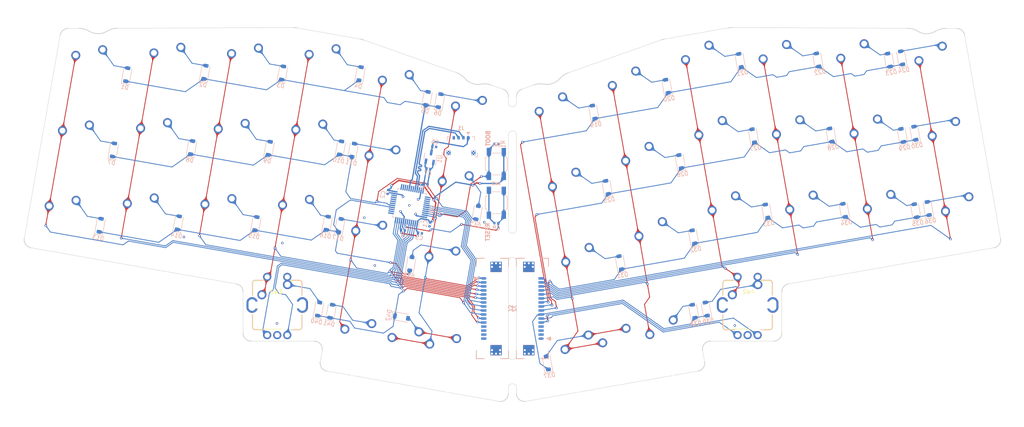
<source format=kicad_pcb>
(kicad_pcb (version 20240108) (generator "pcbnew") (generator_version "8.0")
  (layers (0 "F.Cu" signal) (31 "B.Cu" signal) (34 "B.Paste" user) (35 "F.Paste" user) (36 "B.SilkS" user "B.Silkscreen") (37 "F.SilkS" user "F.Silkscreen") (38 "B.Mask" user) (39 "F.Mask" user) (44 "Edge.Cuts" user))
  (net 0 "")
  (net 1 "ROW0")
  (net 2 "Net-(D1-A)")
  (net 3 "Net-(D2-A)")
  (net 4 "Net-(D3-A)")
  (net 5 "Net-(D4-A)")
  (net 6 "Net-(D5-A)")
  (net 7 "Net-(D6-A)")
  (net 8 "ROW1")
  (net 9 "Net-(D7-A)")
  (net 10 "Net-(D8-A)")
  (net 11 "Net-(D9-A)")
  (net 12 "Net-(D10-A)")
  (net 13 "Net-(D11-A)")
  (net 14 "Net-(D12-A)")
  (net 15 "ROW2")
  (net 16 "Net-(D13-A)")
  (net 17 "Net-(D14-A)")
  (net 18 "Net-(D15-A)")
  (net 19 "Net-(D16-A)")
  (net 20 "Net-(D17-A)")
  (net 21 "Net-(D18-A)")
  (net 22 "ROW3")
  (net 23 "Net-(D19-A)")
  (net 24 "Net-(D20-A)")
  (net 25 "Net-(D21-A)")
  (net 26 "Net-(D22-A)")
  (net 27 "Net-(D23-A)")
  (net 28 "Net-(D24-A)")
  (net 29 "ROW4")
  (net 30 "Net-(D25-A)")
  (net 31 "Net-(D26-A)")
  (net 32 "Net-(D27-A)")
  (net 33 "Net-(D28-A)")
  (net 34 "Net-(D29-A)")
  (net 35 "Net-(D30-A)")
  (net 36 "ROW5")
  (net 37 "Net-(D31-A)")
  (net 38 "Net-(D32-A)")
  (net 39 "Net-(D33-A)")
  (net 40 "Net-(D34-A)")
  (net 41 "Net-(D35-A)")
  (net 42 "Net-(D36-A)")
  (net 43 "ROW6")
  (net 44 "Net-(D37-A)")
  (net 45 "Net-(D38-A)")
  (net 46 "Net-(D41-A)")
  (net 47 "Net-(D42-A)")
  (net 48 "COL0")
  (net 49 "COL1")
  (net 50 "COL2")
  (net 51 "COL3")
  (net 52 "COL4")
  (net 53 "COL5")
  (net 54 "ENCODER_B")
  (net 55 "ENCODER_A")
  (net 56 "GND")
  (net 57 "+3.3V")
  (net 58 "NRST")
  (net 59 "DATA_N")
  (net 60 "DATA_P")
  (net 61 "BOOTO")
  (net 62 "+5V")
  (net 63 "ENCODER_1S2")
  (net 64 "ENCODER_2S2")
  (footprint "MX_Only:MXOnly-1U-NoLED" (layer "F.Cu") (at 45.205806 24.499401 -10)
    (property "Reference" "SW5")
    (property "Value" "SW_Push")
  )
  (footprint "MX_Only:MXOnly-1U-NoLED" (layer "F.Cu") (at 255.883679 24.499398 10)
    (property "Reference" "SW28")
    (property "Value" "SW_Push")
  )
  (footprint "MX_Only:MXOnly-1U-NoLED" (layer "F.Cu") (at 58.03956 61.420117 -10)
    (property "Reference" "SW18")
    (property "Value" "SW_Push")
  )
  (footprint "MX_Only:MXOnly-1U-NoLED" (layer "F.Cu") (at 64.655561 23.898943 -10)
    (property "Reference" "SW6")
    (property "Value" "SW_Push")
  )
  (footprint "MX_Only:MXOnly-1U-NoLED" (layer "F.Cu") (at 38.58981 62.020575 -10)
    (property "Reference" "SW17")
    (property "Value" "SW_Push")
  )
  (footprint "acheron_Hardware:MouseBite_IPC7351" (layer "F.Cu") (at 152.044063 100.150665 90)
    (property "Reference" "H3" (hide yes))
    (property "Value" "MountingHole" (hide yes))
  )
  (footprint "MX_Only:MXOnly-1U-NoLED" (layer "F.Cu") (at 217.122004 24.080172 10)
    (property "Reference" "SW26")
    (property "Value" "SW_Push")
  )
  (footprint "acheron_Hardware:ALPS_EC11E" (layer "F.Cu") (at 92.022385 83.532105)
    (property "Reference" "SW3")
    (property "Value" "EC11Ex")
  )
  (footprint "MX_Only:MXOnly-1U-NoLED" (layer "F.Cu") (at 262.499673 62.020576 10)
    (property "Reference" "SW40")
    (property "Value" "SW_Push")
  )
  (footprint "MX_Only:MXOnly-1U-NoLED" (layer "F.Cu") (at 161.391572 37.130935 10)
    (property "Reference" "SW23")
    (property "Value" "SW_Push")
  )
  (footprint "MX_Only:MXOnly-1U-NoLED" (layer "F.Cu") (at 61.34756 42.659527 -10)
    (property "Reference" "SW12")
    (property "Value" "SW_Push")
  )
  (footprint "MX_Only:MXOnly-1U-NoLED" (layer "F.Cu") (at 77.351485 61.601348 -10)
    (property "Reference" "SW19")
    (property "Value" "SW_Push")
  )
  (footprint "MX_Only:MXOnly-2.25U-ReversedStabilizers-NoLED" (layer "F.Cu") (at 123.888577 94.792937 -10)
    (property "Reference" "SW44")
    (property "Value" "SW_Push")
  )
  (footprint "MX_Only:MXOnly-1U-NoLED" (layer "F.Cu") (at 182.908826 49.456758 10)
    (property "Reference" "SW30")
    (property "Value" "SW_Push")
  )
  (footprint "MX_Only:MXOnly-1U-NoLED" (layer "F.Cu") (at 236.433921 23.898941 10)
    (property "Reference" "SW27")
    (property "Value" "SW_Push")
  )
  (footprint "acheron_Hardware:MouseBite_IPC7351" (layer "F.Cu") (at 152.044062 37.150665 90)
    (property "Reference" "H3" (hide yes))
    (property "Value" "MountingHole" (hide yes))
  )
  (footprint "MX_Only:MXOnly-1U-NoLED" (layer "F.Cu") (at 220.43 42.84076 10)
    (property "Reference" "SW32")
    (property "Value" "SW_Push")
  )
  (footprint "MX_Only:MXOnly-1U-NoLED" (layer "F.Cu") (at 197.810084 24.26141 10)
    (property "Reference" "SW25")
    (property "Value" "SW_Push")
  )
  (footprint "MX_Only:MXOnly-1U-NoLED" (layer "F.Cu") (at 179.600826 30.696173 10)
    (property "Reference" "SW24")
    (property "Value" "SW_Push")
  )
  (footprint "MX_Only:MXOnly-2.25U-ReversedStabilizers-NoLED" (layer "F.Cu") (at 177.200904 94.792935 10)
    (property "Reference" "SW43")
    (property "Value" "SW_Push")
  )
  (footprint "MX_Only:MXOnly-1U-NoLED" (layer "F.Cu") (at 121.488659 30.696172 -10)
    (property "Reference" "SW9")
    (property "Value" "SW_Push")
  )
  (footprint "MX_Only:MXOnly-1.25U-NoLED" (layer "F.Cu") (at 133.268869 96.446936 -10)
    (property "Reference" "SW42")
    (property "Value" "SW_Push")
  )
  (footprint "MX_Only:MXOnly-1U-NoLED" (layer "F.Cu") (at 164.69957 55.891522 10)
    (property "Reference" "SW29")
    (property "Value" "SW_Push")
  )
  (footprint "MX_Only:MXOnly-1U-NoLED" (layer "F.Cu") (at 112.163209 92.72544 -10)
    (property "Reference" "SW48")
    (property "Value" "SW_Push")
  )
  (footprint "MX_Only:MXOnly-1U-NoLED" (layer "F.Cu") (at 80.659485 42.840765 -10)
    (property "Reference" "SW13")
    (property "Value" "SW_Push")
  )
  (footprint "MX_Only:MXOnly-1U-NoLED" (layer "F.Cu") (at 201.11808 43.021997 10)
    (property "Reference" "SW31")
    (property "Value" "SW_Push")
  )
  (footprint "MX_Only:MXOnly-1U-NoLED" (layer "F.Cu") (at 209.067097 83.532105)
    (property "Reference" "SW46")
    (property "Value" "SW_Push")
  )
  (footprint "MX_Only:MXOnly-1U-NoLED" (layer "F.Cu") (at 243.04992 61.420116 10)
    (property "Reference" "SW39")
    (property "Value" "SW_Push")
  )
  (footprint "acheron_Hardware:MouseBite_IPC7351" (layer "F.Cu") (at 149.044739 37.150702 90)
    (property "Reference" "H4" (hide yes))
    (property "Value" "MountingHole" (hide yes))
  )
  (footprint "MX_Only:MXOnly-1U-NoLED" (layer "F.Cu") (at 139.697912 37.130934 -10)
    (property "Reference" "SW10")
    (property "Value" "SW_Push")
  )
  (footprint "MX_Only:MXOnly-1U-NoLED" (layer "F.Cu") (at 92.022385 83.532105)
    (property "Reference" "SW47")
    (property "Value" "SW_Push")
  )
  (footprint "MX_Only:MXOnly-1U-NoLED" (layer "F.Cu") (at 96.663407 61.782584 -10)
    (property "Reference" "SW20")
    (property "Value" "SW_Push")
  )
  (footprint "MX_Only:MXOnly-1U-NoLED" (layer "F.Cu") (at 41.897805 43.259989 -10)
    (property "Reference" "SW11")
    (property "Value" "SW_Push")
  )
  (footprint "MX_Only:MXOnly-1U-NoLED" (layer "F.Cu") (at 223.737999 61.601351 10)
    (property "Reference" "SW38")
    (property "Value" "SW_Push")
  )
  (footprint "MX_Only:MXOnly-1U-NoLED" (layer "F.Cu") (at 83.967479 24.080175 -10)
    (property "Reference" "SW7")
    (property "Value" "SW_Push")
  )
  (footprint "MX_Only:MXOnly-1U-NoLED" (layer "F.Cu") (at 259.191677 43.259986 10)
    (property "Reference" "SW34")
    (property "Value" "SW_Push")
  )
  (footprint "MX_Only:MXOnly-1U-NoLED" (layer "F.Cu") (at 114.872658 68.217344 -10)
    (property "Reference" "SW21")
    (property "Value" "SW_Push")
  )
  (footprint "MX_Only:MXOnly-1.25U-NoLED" (layer "F.Cu") (at 167.82061 96.446937 10)
    (property "Reference" "SW41")
    (property "Value" "SW_Push")
  )
  (footprint "acheron_Hardware:MouseBite_IPC7351" (layer "F.Cu") (at 152.044063 68.650665 90)
    (property "Reference" "H3" (hide yes))
    (property "Value" "MountingHole" (hide yes))
  )
  (footprint "MX_Only:MXOnly-1U-NoLED" (layer "F.Cu") (at 204.426076 61.782585 10)
    (property "Reference" "SW37")
    (property "Value" "SW_Push")
  )
  (footprint "MX_Only:MXOnly-1U-NoLED" (layer "F.Cu") (at 99.9714 43.021996 -10)
    (property "Reference" "SW14")
    (property "Value" "SW_Push")
  )
  (footprint "acheron_Hardware:MouseBite_IPC7351" (layer "F.Cu") (at 149.044742 68.650702 90)
    (property "Reference" "H4" (hide yes))
    (property "Value" "MountingHole" (hide yes))
  )
  (footprint "acheron_Hardware:ALPS_EC11E" (layer "F.Cu") (at 209.067097 83.532105)
    (property "Reference" "SW4")
    (property "Value" "EC11Ex")
  )
  (footprint "MX_Only:MXOnly-1U-NoLED" (layer "F.Cu") (at 239.741921 42.659527 10)
    (property "Reference" "SW33")
    (property "Value" "SW_Push")
  )
  (footprint "MX_Only:MXOnly-1U-NoLED" (layer "F.Cu") (at 186.216822 68.217344 10)
    (property "Reference" "SW36")
    (property "Value" "SW_Push")
  )
  (footprint "MX_Only:MXOnly-1U-NoLED" (layer "F.Cu") (at 136.389914 55.891524 -10)
    (property "Reference" "SW16")
    (property "Value" "SW_Push")
  )
  (footprint "MX_Only:MXOnly-1U-NoLED" (layer "F.Cu") (at 188.926272 92.725438 10)
    (property "Reference" "SW45")
    (property "Value" "SW_Push")
  )
  (footprint "MX_Only:MXOnly-1U-NoLED" (layer "F.Cu") (at 118.180655 49.45676 -10)
    (property "Reference" "SW15")
    (property "Value" "SW_Push")
  )
  (footprint "MX_Only:MXOnly-1U-NoLED" (layer "F.Cu") (at 168.00757 74.652107 10)
    (property "Reference" "SW35")
    (property "Value" "SW_Push")
  )
  (footprint "MX_Only:MXOnly-1U-NoLED" (layer "F.Cu") (at 133.081911 74.652106 -10)
    (property "Reference" "SW22")
    (property "Value" "SW_Push")
  )
  (footprint "MX_Only:MXOnly-1U-NoLED" (layer "F.Cu") (at 103.279397 24.261408 -10)
    (property "Reference" "SW8")
    (property "Value" "SW_Push")
  )
  (footprint "acheron_Hardware:MouseBite_IPC7351" (layer "F.Cu") (at 149.044742 100.150704 90)
    (property "Reference" "H4" (hide yes))
    (property "Value" "MountingHole" (hide yes))
  )
  (footprint "acheron_Connectors:XFCN_F1004-H-16-20G-R_P1.0mm_MountingReliefs" (layer "B.Cu") (at 157.019743 84.400702 -90)
    (property "Reference" "J2")
    (property "Value" "Conn_01x16")
  )
  (footprint "Diode_SMD:D_SOD-123" (layer "B.Cu") (at 102.322199 84.542242 80)
    (property "Reference" "D40")
    (property "Value" "D_Small")
  )
  (footprint "Button_Switch_SMD:SW_SPST_SKQG_WithoutStem" (layer "B.Cu") (at 146.544741 48.400701 90)
    (property "Reference" "SW1")
    (property "Value" "BOOT")
  )
  (footprint "Capacitor_SMD:C_0402_1005Metric" (layer "B.Cu") (at 129.640114 49.613048 -10)
    (property "Reference" "C7")
    (property "Value" "1uF")
  )
  (footprint "Diode_SMD:D_SOD-123" (layer "B.Cu") (at 210.498374 41.367998 100)
    (property "Reference" "D27")
    (property "Value" "1N4148")
  )
  (footprint "Capacitor_SMD:C_0402_1005Metric" (layer "B.Cu") (at 119.554078 55.38075 -100)
    (property "Reference" "C2")
    (property "Value" "100nF")
  )
  (footprint "Diode_SMD:D_SOD-123" (layer "B.Cu") (at 86.731779 63.255349 80)
    (property "Reference" "D15")
    (property "Value" "D_Small")
  )
  (footprint "Diode_SMD:D_SOD-123" (layer "B.Cu") (at 226.513149 22.487726 100)
    (property "Reference" "D22")
    (property "Value" "D_Small")
  )
  (footprint "acheron_Connectors:MOLEX_781710004_MountingReliefs" (layer "B.Cu") (at 137.758591 41.886621 180)
    (property "Reference" "J1")
    (property "Value" "Conn_01x04_MountingPin")
  )
  (footprint "Diode_SMD:D_SOD-123" (layer "B.Cu") (at 93.347772 25.734174 80)
    (property "Reference" "D3")
    (property "Value" "D_Small")
  )
  (footprint "Capacitor_SMD:C_0402_1005Metric" (layer "B.Cu") (at 128.972913 53.396925 -10)
    (property "Reference" "C5")
    (property "Value" "100nF")
  )
  (footprint "Diode_SMD:D_SOD-123" (layer "B.Cu") (at 229.810294 41.186764 100)
    (property "Reference" "D28")
    (property "Value" "D_Small")
  )
  (footprint "Diode_SMD:D_SOD-123" (layer "B.Cu") (at 74.035853 25.55294 80)
    (property "Reference" "D2")
    (property "Value" "D_Small")
  )
  (footprint "Diode_SMD:D_SOD-123" (layer "B.Cu") (at 110.91508 44.95166 80)
    (property "Reference" "D11")
    (property "Value" "D_Small")
  )
  (footprint "Diode_SMD:D_SOD-123" (layer "B.Cu") (at 247.558834 41.281196 100)
    (property "Reference" "D29")
    (property "Value" "D_Small")
  )
  (footprint "Button_Switch_SMD:SW_SPST_SKQG_WithoutStem" (layer "B.Cu") (at 146.54474 58.052703 -90)
    (property "Reference" "SW2")
    (property "Value" "RESET")
  )
  (footprint "Diode_SMD:D_SOD-123" (layer "B.Cu") (at 177.387861 72.998108 100)
    (property "Reference" "D31")
    (property "Value" "D_Small")
  )
  (footprint "Diode_SMD:D_SOD-123" (layer "B.Cu") (at 195.640517 85.093576 100)
    (property "Reference" "D38")
    (property "Value" "D_Small")
  )
  (footprint "Diode_SMD:D_SOD-123" (layer "B.Cu") (at 250.866831 60.041784 100)
    (property "Reference" "D35")
    (property "Value" "D_Small")
  )
  (footprint "Capacitor_SMD:C_0402_1005Metric" (layer "B.Cu") (at 131.106174 44.062804 -10)
    (property "Reference" "C6")
    (property "Value" "1uF")
  )
  (footprint "Resistor_SMD:R_0402_1005Metric" (layer "B.Cu") (at 146.546314 43.400704)
    (property "Reference" "R1")
    (property "Value" "10k")
  )
  (footprint "Diode_SMD:D_SOD-123" (layer "B.Cu") (at 112.659691 25.915406 80)
    (property "Reference" "D4")
    (property "Value" "D_Small")
  )
  (footprint "Capacitor_SMD:C_0402_1005Metric" (layer "B.Cu") (at 127.550098 65.616753 -10)
    (property "Reference" "C3")
    (property "Value" "100nF")
  )
  (footprint "Diode_SMD:D_SOD-123" (layer "B.Cu") (at 198.767278 84.542241 100)
    (property "Reference" "D39")
    (property "Value" "D_Small")
  )
  (footprint "Diode_SMD:D_SOD-123" (layer "B.Cu") (at 125.265003 73.273779 80)
    (property "Reference" "D18")
    (property "Value" "D_Small")
  )
  (footprint "Diode_SMD:D_SOD-123" (layer "B.Cu") (at 188.981121 29.04217 100)
    (property "Reference" "D20")
    (property "Value" "D_Small")
  )
  (footprint "Diode_SMD:D_SOD-123" (layer "B.Cu") (at 104.480312 63.160915 80)
    (property "Reference" "D16")
    (property "Value" "D_Small")
  )
  (footprint "Diode_SMD:D_SOD-123" (layer "B.Cu") (at 70.727855 44.313531 80)
    (property "Reference" "D8")
    (property "Value" "D_Small")
  )
  (footprint "Diode_SMD:D_SOD-123" (layer "B.Cu") (at 247.377601 21.969275 100)
    (property "Reference" "D24")
    (property "Value" "D_Small")
  )
  (footprint "Diode_SMD:D_SOD-123" (layer "B.Cu") (at 67.419855 63.074115 80)
    (property "Reference" "D14")
    (property "Value" "D_Small")
  )
  (footprint "Diode_SMD:D_SOD-123" (layer "B.Cu") (at 207.190376 22.607406 100)
    (property "Reference" "D21")
    (property "Value" "D_Small")
  )
  (footprint "Diode_SMD:D_SOD-123" (layer "B.Cu") (at 244.250836 22.520609 100)
    (property "Reference" "D23")
    (property "Value" "D_Small")
  )
  (footprint "Diode_SMD:D_SOD-123" (layer "B.Cu") (at 129.305566 32.074502 80)
    (property "Reference" "D5")
    (property "Value" "D_Small")
  )
  (footprint "Capacitor_SMD:C_0402_1005Metric" (layer "B.Cu") (at 146.544742 63.150703)
    (property "Reference" "C8")
    (property "Value" "100nF")
  )
  (footprint "Diode_SMD:D_SOD-123" (layer "B.Cu") (at 159.222008 97.963099 100)
    (property "Reference" "D37")
    (property "Value" "D_Small")
  )
  (footprint "Diode_SMD:D_SOD-123" (layer "B.Cu") (at 47.970102 63.674572 80)
    (property "Reference" "D13")
    (property "Value" "D_Small")
  )
  (footprint "Diode_SMD:D_SOD-123" (layer "B.Cu") (at 54.586099 26.153397 80)
    (property "Reference" "D1")
    (property "Value" "D_Small")
  )
  (footprint "Capacitor_SMD:C_0402_1005Metric" (layer "B.Cu") (at 129.992292 63.468193 -100)
    (property "Reference" "C1")
    (property "Value" "100nF")
  )
  (footprint "Diode_SMD:D_SOD-123" (layer "B.Cu") (at 107.788313 44.40033 80)
    (property "Reference" "D10")
    (property "Value" "D_Small")
  )
  (footprint "Diode_SMD:D_SOD-123" (layer "B.Cu") (at 105.448967 85.093576 80)
    (property "Reference" "D41")
    (property "Value" "D_Small")
  )
  (footprint "Diode_SMD:D_SOD-123" (layer "B.Cu") (at 192.28912 47.802756 100)
    (property "Reference" "D26")
    (property "Value" "D_Small")
  )
  (footprint "Diode_SMD:D_SOD-123" (layer "B.Cu") (at 213.80637 60.128587 100)
    (property "Reference" "D33")
    (property "Value" "D_Small")
  )
  (footprint "Diode_SMD:D_SOD-123" (layer "B.Cu") (at 174.079864 54.237522 100)
    (property "Reference" "D25")
    (property "Value" "D_Small")
  )
  (footprint "Diode_SMD:D_SOD-123" (layer "B.Cu") (at 132.432329 32.625835 80)
    (property "Reference" "D6")
    (property "Value" "D_Small")
  )
  (footprint "Diode_SMD:D_SOD-123" (layer "B.Cu") (at 90.039776 44.494762 80)
    (property "Reference" "D9")
    (property "Value" "D_Small")
  )
  (footprint "Package_TO_SOT_SMD:SOT-23-3" (layer "B.Cu") (at 130.148296 46.731004 80)
    (property "Reference" "U1")
    (property "Value" "XC6206PxxxMR")
  )
  (footprint "Capacitor_SMD:C_0402_1005Metric" (layer "B.Cu") (at 123.297697 64.866939 -10)
    (property "Reference" "C4")
    (property "Value" "100nF")
  )
  (footprint "Diode_SMD:D_SOD-123" (layer "B.Cu") (at 122.921838 86.562525 -10)
    (property "Reference" "D42")
    (property "Value" "D_Small")
  )
  (footprint "acheron_Connectors:XFCN_F1004-H-16-20G-R_P1.0mm_MountingReliefs" (layer "B.Cu") (at 144.06974 84.400702 90)
    (property "Reference" "J3")
    (property "Value" "Conn_01x16")
  )
  (footprint "Package_QFP:LQFP-48_7x7mm_P0.5mm" (layer "B.Cu") (at 124.900644 58.701624 80)
    (property "Reference" "U2")
    (property "Value" "STM32F072C8Tx")
  )
  (footprint "Diode_SMD:D_SOD-123" (layer "B.Cu") (at 233.118293 59.947351 100)
    (property "Reference" "D34")
    (property "Value" "D_Small")
  )
  (footprint "Diode_SMD:D_SOD-123" (layer "B.Cu") (at 170.771865 35.476934 100)
    (property "Reference" "D19")
    (property "Value" "D_Small")
  )
  (footprint "Diode_SMD:D_SOD-123" (layer "B.Cu") (at 253.993595 59.490449 100)
    (property "Reference" "D36")
    (property "Value" "D_Small")
  )
  (footprint "Diode_SMD:D_SOD-123" (layer "B.Cu") (at 51.2781 44.913989 80)
    (property "Reference" "D7")
    (property "Value" "D_Small")
  )
  (footprint "Diode_SMD:D_SOD-123" (layer "B.Cu") (at 250.685595 40.729864 100)
    (property "Reference" "D30")
    (property "Value" "D_Small")
  )
  (footprint "Diode_SMD:D_SOD-123" (layer "B.Cu") (at 107.60708 63.712252 80)
    (property "Reference" "D17")
    (property "Value" "D_Small")
  )
  (footprint "Diode_SMD:D_SOD-123" (layer "B.Cu") (at 141.783814 60.531484 80)
    (property "Reference" "D12")
    (property "Value" "D_Small")
  )
  (footprint "Diode_SMD:D_SOD-123" (layer "B.Cu") (at 195.597116 66.563347 100)
    (property "Reference" "D32")
    (property "Value" "D_Small")
  )
  (gr_arc (start 149.544742 104.150702) (mid 150.544739 103.150683) (end 151.544742 104.150703) (stroke (width 0.1)) (layer "Edge.Cuts"))
  (gr_line (start 198.358722 97.6614) (end 197.868058 94.878703) (stroke (width 0.1)) (layer "Edge.Cuts"))
  (gr_arc (start 204.264097 14.492924) (mid 204.706751 14.435114) (end 205.152797 14.417002) (stroke (width 0.2)) (layer "Edge.Cuts"))
  (gr_line (start 151.544739 96.150702) (end 151.544741 72.650702) (stroke (width 0.1)) (layer "Edge.Cuts"))
  (gr_line (start 217.566921 90.545159) (end 217.566922 80.266265) (stroke (width 0.1)) (layer "Edge.Cuts"))
  (gr_arc (start 255.808363 15.343939) (mid 253.608885 15.946887) (end 251.414403 15.32598) (stroke (width 0.2)) (layer "Edge.Cuts"))
  (gr_arc (start 95.936683 14.417005) (mid 96.38273 14.435109) (end 96.825385 14.492925) (stroke (width 0.2)) (layer "Edge.Cuts"))
  (gr_arc (start 217.566922 80.266265) (mid 218.030444 78.97239) (end 219.219516 78.283162) (stroke (width 0.2)) (layer "Edge.Cuts"))
  (gr_line (start 153.876838 107.535608) (end 196.736395 99.978314) (stroke (width 0.1)) (layer "Edge.Cuts"))
  (gr_arc (start 85.522683 92.531372) (mid 84.113263 91.950491) (end 83.522562 90.545161) (stroke (width 0.2)) (layer "Edge.Cuts"))
  (gr_arc (start 162.345533 27.112521) (mid 160.550182 28.335813) (end 158.38485 28.512095) (stroke (width 0.2)) (layer "Edge.Cuts"))
  (gr_line (start 248.832661 14.595529) (end 205.152797 14.417002) (stroke (width 0.1)) (layer "Edge.Cuts"))
  (gr_line (start 151.544742 105.563202) (end 151.544742 104.150703) (stroke (width 0.1)) (layer "Edge.Cuts"))
  (gr_line (start 187.573158 17.505061) (end 164.457697 25.673306) (stroke (width 0.1)) (layer "Edge.Cuts"))
  (gr_line (start 204.264097 14.492924) (end 188.370817 17.295339) (stroke (width 0.1)) (layer "Edge.Cuts"))
  (gr_line (start 261.107301 14.645695) (end 258.395987 14.634614) (stroke (width 0.1)) (layer "Edge.Cuts"))
  (gr_arc (start 142.704634 28.512098) (mid 140.539289 28.335858) (end 138.743949 27.112523) (stroke (width 0.2)) (layer "Edge.Cuts"))
  (gr_line (start 148.211179 29.765086) (end 145.25209 28.719443) (stroke (width 0.1)) (layer "Edge.Cuts"))
  (gr_line (start 136.631786 25.67331) (end 113.516323 17.505064) (stroke (width 0.1)) (layer "Edge.Cuts"))
  (gr_arc (start 162.345533 27.112521) (mid 163.308098 26.255671) (end 164.457697 25.673306) (stroke (width 0.2)) (layer "Edge.Cuts"))
  (gr_arc (start 261.107301 14.645695) (mid 262.387848 15.116197) (end 263.068744 16.298382) (stroke (width 0.2)) (layer "Edge.Cuts"))
  (gr_line (start 151.544742 41.150705) (end 151.544742 64.650703) (stroke (width 0.1)) (layer "Edge.Cuts"))
  (gr_line (start 81.869965 78.28316) (end 30.712584 69.262736) (stroke (width 0.1)) (layer "Edge.Cuts"))
  (gr_arc (start 149.544742 105.563202) (mid 148.836218 107.09036) (end 147.212643 107.53561) (stroke (width 0.2)) (layer "Edge.Cuts"))
  (gr_line (start 85.522683 92.531372) (end 101.251781 92.531375) (stroke (width 0.1)) (layer "Edge.Cuts"))
  (gr_arc (start 49.675078 15.325979) (mid 47.4806 15.94686) (end 45.281118 15.343939) (stroke (width 0.2)) (layer "Edge.Cuts"))
  (gr_line (start 39.98218 14.645695) (end 42.693497 14.634612) (stroke (width 0.1)) (layer "Edge.Cuts"))
  (gr_arc (start 255.808363 15.343939) (mid 257.053711 14.812482) (end 258.395987 14.634614) (stroke (width 0.2)) (layer "Edge.Cuts"))
  (gr_line (start 83.522562 90.545161) (end 83.522562 80.266267) (stroke (width 0.1)) (layer "Edge.Cuts"))
  (gr_line (start 155.837391 28.719442) (end 152.878306 29.765084) (stroke (width 0.1)) (layer "Edge.Cuts"))
  (gr_line (start 104.353087 99.978311) (end 147.212643 107.53561) (stroke (width 0.1)) (layer "Edge.Cuts"))
  (gr_arc (start 271.999229 66.945804) (mid 271.667892 68.440243) (end 270.3769 69.262732) (stroke (width 0.2)) (layer "Edge.Cuts"))
  (gr_arc (start 42.693497 14.634612) (mid 44.035775 14.812468) (end 45.281118 15.343939) (stroke (width 0.2)) (layer "Edge.Cuts"))
  (gr_arc (start 217.566921 90.545159) (mid 216.976166 91.950445) (end 215.5668 92.531374) (stroke (width 0.2)) (layer "Edge.Cuts"))
  (gr_line (start 52.25682 14.595528) (end 95.936683 14.417005) (stroke (width 0.1)) (layer "Edge.Cuts"))
  (gr_arc (start 148.211179 29.765086) (mid 149.177665 30.495937) (end 149.544741 31.650704) (stroke (width 0.2)) (layer "Edge.Cuts"))
  (gr_arc (start 248.832662 14.595528) (mid 250.173441 14.784353) (end 251.414403 15.32598) (stroke (width 0.2)) (layer "Edge.Cuts"))
  (gr_line (start 271.999229 66.945804) (end 263.068744 16.298382) (stroke (width 0.1)) (layer "Edge.Cuts"))
  (gr_arc (start 153.876838 107.535608) (mid 152.253276 107.09035) (end 151.544742 105.563202) (stroke (width 0.2)) (layer "Edge.Cuts"))
  (gr_line (start 102.730761 97.661399) (end 103.221426 94.878705) (stroke (width 0.1)) (layer "Edge.Cuts"))
  (gr_arc (start 81.869965 78.28316) (mid 83.059078 78.972377) (end 83.522562 80.266267) (stroke (width 0.2)) (layer "Edge.Cuts"))
  (gr_line (start 149.544742 72.650702) (end 149.54474 96.150705) (stroke (width 0.1)) (layer "Edge.Cuts"))
  (gr_arc (start 155.837391 28.719442) (mid 157.097648 28.450235) (end 158.38485 28.512095) (stroke (width 0.2)) (layer "Edge.Cuts"))
  (gr_arc (start 151.544739 96.150702) (mid 150.544732 97.15065) (end 149.54474 96.150705) (stroke (width 0.1)) (layer "Edge.Cuts"))
  (gr_arc (start 142.704634 28.512098) (mid 143.991834 28.450249) (end 145.25209 28.719443) (stroke (width 0.2)) (layer "Edge.Cuts"))
  (gr_line (start 149.544742 64.650702) (end 149.544741 41.150703) (stroke (width 0.1)) (layer "Edge.Cuts"))
  (gr_arc (start 38.02074 16.298382) (mid 38.701662 15.116243) (end 39.98218 14.645695) (stroke (width 0.2)) (layer "Edge.Cuts"))
  (gr_arc (start 49.675078 15.325979) (mid 50.916042 14.784363) (end 52.25682 14.595528) (stroke (width 0.2)) (layer "Edge.Cuts"))
  (gr_arc (start 187.573158 17.505061) (mid 187.967656 17.383727) (end 188.370817 17.295339) (stroke (width 0.2)) (layer "Edge.Cuts"))
  (gr_line (start 151.544742 31.650702) (end 151.544064 33.150666) (stroke (width 0.1)) (layer "Edge.Cuts"))
  (gr_arc (start 30.712584 69.262736) (mid 29.421609 68.440251) (end 29.090253 66.945803) (stroke (width 0.2)) (layer "Edge.Cuts"))
  (gr_line (start 38.02074 16.298382) (end 29.090253 66.945803) (stroke (width 0.1)) (layer "Edge.Cuts"))
  (gr_arc (start 197.868058 94.878703) (mid 198.305578 93.245792) (end 199.837701 92.531374) (stroke (width 0.2)) (layer "Edge.Cuts"))
  (gr_line (start 199.837701 92.531374) (end 215.5668 92.531374) (stroke (width 0.1)) (layer "Edge.Cuts"))
  (gr_line (start 149.544064 33.150667) (end 149.544741 31.650704) (stroke (width 0.1)) (layer "Edge.Cuts"))
  (gr_arc (start 151.545419 33.150669) (mid 150.544749 34.151404) (end 149.544064 33.150667) (stroke (width 0.1)) (layer "Edge.Cuts"))
  (gr_arc (start 136.631786 25.67331) (mid 137.781367 26.255698) (end 138.743949 27.112523) (stroke (width 0.2)) (layer "Edge.Cuts"))
  (gr_arc (start 198.358722 97.6614) (mid 198.02739 99.155835) (end 196.736395 99.978314) (stroke (width 0.2)) (layer "Edge.Cuts"))
  (gr_line (start 219.219516 78.283162) (end 270.3769 69.262732) (stroke (width 0.1)) (layer "Edge.Cuts"))
  (gr_arc (start 151.544742 64.650703) (mid 150.544739 65.650691) (end 149.544742 64.650702) (stroke (width 0.1)) (layer "Edge.Cuts"))
  (gr_arc (start 149.544742 72.650702) (mid 150.544748 71.650722) (end 151.544741 72.650702) (stroke (width 0.1)) (layer "Edge.Cuts"))
  (gr_line (start 96.825385 14.492925) (end 112.718668 17.29534) (stroke (width 0.1)) (layer "Edge.Cuts"))
  (gr_arc (start 149.544741 41.150703) (mid 150.544776 40.150642) (end 151.544742 41.150705) (stroke (width 0.1)) (layer "Edge.Cuts"))
  (gr_arc (start 112.718668 17.29534) (mid 113.12183 17.383717) (end 113.516323 17.505064) (stroke (width 0.2)) (layer "Edge.Cuts"))
  (gr_arc (start 104.353087 99.978311) (mid 103.062123 99.15582) (end 102.730761 97.661399) (stroke (width 0.2)) (layer "Edge.Cuts"))
  (gr_line (start 149.544742 105.563202) (end 149.544742 104.150702) (stroke (width 0.1)) (layer "Edge.Cuts"))
  (gr_arc (start 101.251781 92.531375) (mid 102.783891 93.245827) (end 103.221426 94.878705) (stroke (width 0.2)) (layer "Edge.Cuts"))
  (gr_arc (start 151.544742 31.650702) (mid 151.911809 30.495921) (end 152.878306 29.765084) (stroke (width 0.2)) (layer "Edge.Cuts"))
  (segment (start 129.019046 33.699435) (end 132.145813 34.250769) (width 0.2) (layer "B.Cu") (net 1))
  (segment (start 73.749334 27.177873) (end 89.383158 29.934537) (width 0.2) (layer "B.Cu") (net 1))
  (segment (start 89.383158 29.934537) (end 93.061253 27.359107) (width 0.2) (layer "B.Cu") (net 1))
  (segment (start 128.874241 33.80083) (end 129.019046 33.699435) (width 0.3) (layer "B.Cu") (net 1))
  (segment (start 125.621592 52.247513) (end 128.874241 33.80083) (width 0.3) (layer "B.Cu") (net 1))
  (segment (start 129.019046 33.699435) (end 123.830342 32.784529) (width 0.2) (layer "B.Cu") (net 1))
  (segment (start 124.88485 54.472123) (end 125.228586 52.522696) (width 0.3) (layer "B.Cu") (net 1))
  (segment (start 119.403018 33.076416) (end 118.546233 31.852799) (width 0.2) (layer "B.Cu") (net 1))
  (segment (start 125.228586 52.522696) (end 125.621592 52.247513) (width 0.3) (layer "B.Cu") (net 1))
  (segment (start 69.151714 30.397162) (end 73.749334 27.177873) (width 0.2) (layer "B.Cu") (net 1))
  (segment (start 108.695077 30.115771) (end 112.373174 27.540342) (width 0.2) (layer "B.Cu") (net 1))
  (segment (start 118.546233 31.852799) (end 108.695077 30.115771) (width 0.2) (layer "B.Cu") (net 1))
  (segment (start 93.061253 27.359107) (end 108.695077 30.115771) (width 0.2) (layer "B.Cu") (net 1))
  (segment (start 54.299581 27.778331) (end 69.151714 30.397162) (width 0.2) (layer "B.Cu") (net 1))
  (segment (start 122.606722 33.641316) (end 119.403018 33.076416) (width 0.2) (layer "B.Cu") (net 1))
  (segment (start 123.830342 32.784529) (end 122.606722 33.641316) (width 0.2) (layer "B.Cu") (net 1))
  (segment (start 54.872619 24.528466) (end 51.371628 23.911147) (width 0.2) (layer "B.Cu") (net 2))
  (segment (start 51.371628 23.911147) (end 48.58935 19.937644) (width 0.2) (layer "B.Cu") (net 2))
  (segment (start 70.821385 23.31069) (end 68.039105 19.337186) (width 0.2) (layer "B.Cu") (net 3))
  (segment (start 74.322371 23.928007) (end 70.821385 23.31069) (width 0.2) (layer "B.Cu") (net 3))
  (segment (start 90.133302 23.491922) (end 87.351021 19.518417) (width 0.2) (layer "B.Cu") (net 4))
  (segment (start 93.634291 24.10924) (end 90.133302 23.491922) (width 0.2) (layer "B.Cu") (net 4))
  (segment (start 112.946211 24.290476) (end 109.445218 23.673153) (width 0.2) (layer "B.Cu") (net 5))
  (segment (start 109.445218 23.673153) (end 106.662943 19.699651) (width 0.2) (layer "B.Cu") (net 5))
  (segment (start 127.654481 30.10792) (end 124.872202 26.134416) (width 0.2) (layer "B.Cu") (net 6))
  (segment (start 129.592081 30.449568) (end 127.654481 30.10792) (width 0.2) (layer "B.Cu") (net 6))
  (segment (start 142.786053 32.776021) (end 143.081457 32.569178) (width 0.3) (layer "B.Cu") (net 7))
  (segment (start 132.71885 31.000904) (end 142.786053 32.776021) (width 0.2) (layer "B.Cu") (net 7))
  (segment (start 130.127621 54.910538) (end 130.134329 54.872489) (width 0.2) (layer "F.Cu") (net 8))
  (segment (start 117.274267 55.245023) (end 116.831717 57.754834) (width 0.2) (layer "F.Cu") (net 8))
  (segment (start 131.710115 57.035776) (end 131.602431 57.016786) (width 0.2) (layer "F.Cu") (net 8))
  (segment (start 121.909793 51.999191) (end 117.274267 55.245023) (width 0.2) (layer "F.Cu") (net 8))
  (segment (start 128.112634 53.092918) (end 121.909793 51.999191) (width 0.2) (layer "F.Cu") (net 8))
  (segment (start 128.997513 53.248948) (end 128.112634 53.092918) (width 0.2) (layer "F.Cu") (net 8))
  (segment (start 130.134329 54.872489) (end 128.997513 53.248948) (width 0.2) (layer "F.Cu") (net 8))
  (segment (start 131.602431 57.016786) (end 130.127621 54.910538) (width 0.2) (layer "F.Cu") (net 8))
  (via (at 131.710115 57.035776) (size 0.6) (drill 0.3) (layers "F.Cu" "B.Cu") (net 8))
  (via (at 116.831717 57.754834) (size 0.6) (drill 0.3) (layers "F.Cu" "B.Cu") (net 8))
  (segment (start 134.132622 59.26327) (end 133.148293 59.089709) (width 0.2) (layer "B.Cu") (net 8))
  (segment (start 109.086347 55.32292) (end 110.628562 46.576592) (width 0.2) (layer "B.Cu") (net 8))
  (segment (start 107.501797 46.02526) (end 107.501795 46.025262) (width 0.2) (layer "B.Cu") (net 8))
  (segment (start 119.620358 58.532137) (end 119.392218 58.206322) (width 0.2) (layer "B.Cu") (net 8))
  (segment (start 50.991581 46.538921) (end 65.843714 49.157753) (width 0.2) (layer "B.Cu") (net 8))
  (segment (start 116.831717 57.754834) (end 116.390057 58.064087) (width 0.2) (layer "B.Cu") (net 8))
  (segment (start 120.671147 58.717417) (end 119.620358 58.532137) (width 0.2) (layer "B.Cu") (net 8))
  (segment (start 139.232259 60.162474) (end 134.132622 59.26327) (width 0.2) (layer "B.Cu") (net 8))
  (segment (start 65.843714 49.157753) (end 70.441335 45.938462) (width 0.2) (layer "B.Cu") (net 8))
  (segment (start 110.247319 56.980961) (end 109.086347 55.32292) (width 0.2) (layer "B.Cu") (net 8))
  (segment (start 103.823693 48.600696) (end 107.501795 46.025262) (width 0.2) (layer "B.Cu") (net 8))
  (segment (start 86.075159 48.695128) (end 89.753257 46.119695) (width 0.2) (layer "B.Cu") (net 8))
  (segment (start 110.628562 46.576592) (end 107.501797 46.02526) (width 0.2) (layer "B.Cu") (net 8))
  (segment (start 140.506048 61.981632) (end 139.938147 61.170589) (width 0.2) (layer "B.Cu") (net 8))
  (segment (start 139.938147 61.170589) (end 139.232259 60.162474) (width 0.2) (layer "B.Cu") (net 8))
  (segment (start 141.497296 62.156416) (end 140.506048 61.981632) (width 0.2) (layer "B.Cu") (net 8))
  (segment (start 119.392218 58.206322) (end 116.831717 57.754834) (width 0.2) (layer "B.Cu") (net 8))
  (segment (start 116.390057 58.064087) (end 110.247319 56.980961) (width 0.2) (layer "B.Cu") (net 8))
  (segment (start 133.148293 59.089709) (end 131.710115 57.035776) (width 0.2) (layer "B.Cu") (net 8))
  (segment (start 89.753257 46.119695) (end 103.823693 48.600696) (width 0.2) (layer "B.Cu") (net 8))
  (segment (start 70.441335 45.938462) (end 86.075159 48.695128) (width 0.2) (layer "B.Cu") (net 8))
  (segment (start 51.56462 43.289053) (end 48.063626 42.671735) (width 0.2) (layer "B.Cu") (net 9))
  (segment (start 48.063626 42.671735) (end 45.281352 38.698231) (width 0.2) (layer "B.Cu") (net 9))
  (segment (start 71.014373 42.688595) (end 67.513383 42.071277) (width 0.2) (layer "B.Cu") (net 10))
  (segment (start 67.513383 42.071277) (end 64.731105 38.097772) (width 0.2) (layer "B.Cu") (net 10))
  (segment (start 86.825308 42.252512) (end 84.043031 38.279005) (width 0.2) (layer "B.Cu") (net 11))
  (segment (start 90.326294 42.86983) (end 86.825308 42.252512) (width 0.2) (layer "B.Cu") (net 11))
  (segment (start 106.137221 42.433744) (end 103.354946 38.460238) (width 0.2) (layer "B.Cu") (net 12))
  (segment (start 108.074833 42.775395) (end 106.137221 42.433744) (width 0.2) (layer "B.Cu") (net 12))
  (segment (start 111.201599 43.326725) (end 121.268797 45.101847) (width 0.2) (layer "B.Cu") (net 13))
  (segment (start 121.268797 45.101847) (end 121.564199 44.895003) (width 0.3) (layer "B.Cu") (net 13))
  (segment (start 142.675524 55.474343) (end 139.773458 51.329766) (width 0.2) (layer "B.Cu") (net 14))
  (segment (start 142.070334 58.906551) (end 142.675524 55.474343) (width 0.2) (layer "B.Cu") (net 14))
  (segment (start 123.319299 75.653308) (end 121.615864 73.220553) (width 0.2) (layer "F.Cu") (net 15))
  (segment (start 124.799411 75.914291) (end 123.319299 75.653308) (width 0.2) (layer "F.Cu") (net 15))
  (segment (start 121.615864 73.220553) (end 120.240032 72.977954) (width 0.2) (layer "F.Cu") (net 15))
  (via (at 124.799411 75.914291) (size 0.6) (drill 0.3) (layers "F.Cu" "B.Cu") (net 15))
  (via (at 120.240032 72.977954) (size 0.6) (drill 0.3) (layers "F.Cu" "B.Cu") (net 15))
  (segment (start 110.214789 57.381395) (end 106.717701 59.830081) (width 0.2) (layer "B.Cu") (net 15))
  (segment (start 86.44526 64.880282) (end 100.515698 67.361283) (width 0.2) (layer "B.Cu") (net 15))
  (segment (start 107.320561 65.337182) (end 106.49899 69.996552) (width 0.2) (layer "B.Cu") (net 15))
  (segment (start 67.133338 64.699048) (end 82.767162 67.455717) (width 0.2) (layer "B.Cu") (net 15))
  (segment (start 120.584321 59.209823) (end 110.214789 57.381395) (width 0.2) (layer "B.Cu") (net 15))
  (segment (start 106.945127 70.633703) (end 120.240032 72.977954) (width 0.2) (layer "B.Cu") (net 15))
  (segment (start 124.799411 75.914291) (end 124.799409 75.914293) (width 0.2) (layer "B.Cu") (net 15))
  (segment (start 82.767162 67.455717) (end 86.44526 64.880282) (width 0.2) (layer "B.Cu") (net 15))
  (segment (start 107.320561 65.337182) (end 107.320561 65.337182) (width 0.2) (layer "B.Cu") (net 15))
  (segment (start 104.193796 64.785849) (end 107.320561 65.337182) (width 0.2) (layer "B.Cu") (net 15))
  (segment (start 100.515698 67.361283) (end 104.193796 64.785849) (width 0.2) (layer "B.Cu") (net 15))
  (segment (start 106.49899 69.996552) (end 106.945127 70.633703) (width 0.2) (layer "B.Cu") (net 15))
  (segment (start 62.535716 67.918337) (end 67.133338 64.699048) (width 0.2) (layer "B.Cu") (net 15))
  (segment (start 47.683584 65.299507) (end 62.535716 67.918337) (width 0.2) (layer "B.Cu") (net 15))
  (segment (start 106.063265 63.541576) (end 107.320561 65.337182) (width 0.2) (layer "B.Cu") (net 15))
  (segment (start 124.799409 75.914293) (end 124.978483 74.898709) (width 0.2) (layer "B.Cu") (net 15))
  (segment (start 106.717701 59.830081) (end 106.063265 63.541576) (width 0.2) (layer "B.Cu") (net 15))
  (segment (start 48.256621 62.04964) (end 44.755632 61.432322) (width 0.2) (layer "B.Cu") (net 16))
  (segment (start 44.755632 61.432322) (end 41.973353 57.458818) (width 0.2) (layer "B.Cu") (net 16))
  (segment (start 64.205381 60.831862) (end 61.423104 56.858359) (width 0.2) (layer "B.Cu") (net 17))
  (segment (start 67.706375 61.449184) (end 64.205381 60.831862) (width 0.2) (layer "B.Cu") (net 17))
  (segment (start 87.018296 61.630417) (end 83.517308 61.013098) (width 0.2) (layer "B.Cu") (net 18))
  (segment (start 83.517308 61.013098) (end 80.735028 57.039594) (width 0.2) (layer "B.Cu") (net 18))
  (segment (start 102.829228 61.194331) (end 100.046948 57.220825) (width 0.2) (layer "B.Cu") (net 19))
  (segment (start 104.766834 61.535983) (end 102.829228 61.194331) (width 0.2) (layer "B.Cu") (net 19))
  (segment (start 107.893599 62.087318) (end 117.960797 63.862433) (width 0.2) (layer "B.Cu") (net 20))
  (segment (start 117.960797 63.862433) (end 118.256203 63.655588) (width 0.3) (layer "B.Cu") (net 20))
  (segment (start 127.783149 68.559424) (end 136.465456 70.090349) (width 0.2) (layer "B.Cu") (net 21))
  (segment (start 125.858661 69.906968) (end 127.783149 68.559424) (width 0.2) (layer "B.Cu") (net 21))
  (segment (start 125.551521 71.648845) (end 125.858661 69.906968) (width 0.2) (layer "B.Cu") (net 21))
  (segment (start 159.459089 82.823172) (end 157.809431 73.467497) (width 0.2) (layer "F.Cu") (net 22))
  (segment (start 152.547892 43.627823) (end 153.034588 42.932749) (width 0.2) (layer "F.Cu") (net 22))
  (segment (start 157.809431 73.467497) (end 152.547892 43.627823) (width 0.2) (layer "F.Cu") (net 22))
  (via (at 159.459089 82.823172) (size 0.6) (drill 0.3) (layers "F.Cu" "B.Cu") (net 22))
  (via (at 153.034588 42.932749) (size 0.6) (drill 0.3) (layers "F.Cu" "B.Cu") (net 22))
  (segment (start 141.505447 72.1582) (end 139.768967 82.00628) (width 0.2) (layer "B.Cu") (net 22))
  (segment (start 186.692208 34.345201) (end 189.26764 30.667104) (width 0.2) (layer "B.Cu") (net 22))
  (segment (start 226.799669 24.11266) (end 230.419842 26.647532) (width 0.2) (layer "B.Cu") (net 22))
  (segment (start 140.206131 62.250691) (end 139.071971 68.682836) (width 0.2) (layer "B.Cu") (net 22))
  (segment (start 153.034588 42.932749) (end 168.93923 40.128332) (width 0.2) (layer "B.Cu") (net 22))
  (segment (start 130.714815 59.066792) (end 138.999629 60.527627) (width 0.2) (layer "B.Cu") (net 22))
  (segment (start 171.058385 37.101867) (end 186.692208 34.345201) (width 0.2) (layer "B.Cu") (net 22))
  (segment (start 139.768967 82.00628) (end 140.012316 82.353818) (width 0.2) (layer "B.Cu") (net 22))
  (segment (start 226.799669 24.11266) (end 219.425922 25.412851) (width 0.2) (layer "B.Cu") (net 22))
  (segment (start 140.012316 82.353818) (end 143.358209 82.943787) (width 0.2) (layer "B.Cu") (net 22))
  (segment (start 138.999629 60.527627) (end 140.206131 62.250691) (width 0.2) (layer "B.Cu") (net 22))
  (segment (start 216.294696 26.802696) (end 215.367931 26.153767) (width 0.2) (layer "B.Cu") (net 22))
  (segment (start 159.187589 82.633066) (end 159.459089 82.823172) (width 0.2) (layer "B.Cu") (net 22))
  (segment (start 168.93923 40.128332) (end 171.058385 37.101867) (width 0.2) (layer "B.Cu") (net 22))
  (segment (start 204.901462 27.910439) (end 207.476896 24.23234) (width 0.2) (layer "B.Cu") (net 22))
  (segment (start 219.425922 25.412851) (end 218.756715 26.368576) (width 0.2) (layer "B.Cu") (net 22))
  (segment (start 215.367931 26.153767) (end 211.256359 26.878749) (width 0.2) (layer "B.Cu") (net 22))
  (segment (start 211.256359 26.878749) (end 207.476896 24.23234) (width 0.2) (layer "B.Cu") (net 22))
  (segment (start 234.814549 25.872628) (end 235.741315 26.521555) (width 0.2) (layer "B.Cu") (net 22))
  (segment (start 139.071971 68.682836) (end 141.505447 72.1582) (width 0.2) (layer "B.Cu") (net 22))
  (segment (start 189.26764 30.667104) (end 204.901462 27.910439) (width 0.2) (layer "B.Cu") (net 22))
  (segment (start 235.741315 26.521555) (end 238.006374 26.122163) (width 0.2) (layer "B.Cu") (net 22))
  (segment (start 238.665439 25.180919) (end 244.537355 24.145542) (width 0.2) (layer "B.Cu") (net 22))
  (segment (start 143.358209 82.943787) (end 143.419741 82.900705) (width 0.2) (layer "B.Cu") (net 22))
  (segment (start 230.419842 26.647532) (end 234.814549 25.872628) (width 0.2) (layer "B.Cu") (net 22))
  (segment (start 244.537355 24.145542) (end 247.664121 23.594209) (width 0.2) (layer "B.Cu") (net 22))
  (segment (start 130.633699 58.950944) (end 130.714815 59.066792) (width 0.2) (layer "B.Cu") (net 22))
  (segment (start 157.669744 82.900704) (end 159.187589 82.633066) (width 0.2) (layer "B.Cu") (net 22))
  (segment (start 218.756715 26.368576) (end 216.294696 26.802696) (width 0.2) (layer "B.Cu") (net 22))
  (segment (start 129.130144 58.685827) (end 130.633699 58.950944) (width 0.2) (layer "B.Cu") (net 22))
  (segment (start 238.006374 26.122163) (end 238.665439 25.180919) (width 0.2) (layer "B.Cu") (net 22))
  (segment (start 166.984354 34.469321) (end 163.01085 31.687043) (width 0.2) (layer "B.Cu") (net 23))
  (segment (start 170.485346 33.852001) (end 166.984354 34.469321) (width 0.2) (layer "B.Cu") (net 23))
  (segment (start 188.694601 27.417239) (end 185.193607 28.034557) (width 0.2) (layer "B.Cu") (net 24))
  (segment (start 185.193607 28.034557) (end 181.220104 25.252283) (width 0.2) (layer "B.Cu") (net 24))
  (segment (start 206.903857 20.982474) (end 203.402863 21.599795) (width 0.2) (layer "B.Cu") (net 25))
  (segment (start 203.402863 21.599795) (end 199.429363 18.81752) (width 0.2) (layer "B.Cu") (net 25))
  (segment (start 226.22663 20.862795) (end 222.787193 21.469259) (width 0.2) (layer "B.Cu") (net 26))
  (segment (start 222.787193 21.469259) (end 218.741283 18.636283) (width 0.2) (layer "B.Cu") (net 26))
  (segment (start 242.026706 21.237329) (end 238.053201 18.455051) (width 0.2) (layer "B.Cu") (net 27))
  (segment (start 243.964316 20.895676) (end 242.026706 21.237329) (width 0.2) (layer "B.Cu") (net 27))
  (segment (start 247.091082 20.344343) (end 256.878841 18.618497) (width 0.2) (layer "B.Cu") (net 28))
  (segment (start 256.878841 18.618497) (end 257.502958 19.055509) (width 0.2) (layer "B.Cu") (net 28))
  (segment (start 156.136942 61.678826) (end 156.623637 60.983752) (width 0.2) (layer "F.Cu") (net 29))
  (segment (start 156.623637 60.983752) (end 156.722117 60.966388) (width 0.2) (layer "F.Cu") (net 29))
  (segment (start 160.194841 82.388811) (end 159.731459 82.064346) (width 0.2) (layer "F.Cu") (net 29))
  (segment (start 159.731459 82.064346) (end 156.136942 61.678826) (width 0.2) (layer "F.Cu") (net 29))
  (segment (start 160.403219 83.57058) (end 160.194841 82.388811) (width 0.2) (layer "F.Cu") (net 29))
  (via (at 156.623637 60.983752) (size 0.6) (drill 0.3) (layers "F.Cu" "B.Cu") (net 29))
  (via (at 160.403219 83.57058) (size 0.6) (drill 0.3) (layers "F.Cu" "B.Cu") (net 29))
  (segment (start 139.881741 83.27686) (end 143.419741 83.900705) (width 0.2) (layer "B.Cu") (net 29))
  (segment (start 219.512896 45.629889) (end 222.270358 45.143673) (width 0.2) (layer "B.Cu") (net 29))
  (segment (start 222.270358 45.143673) (end 223.030819 44.057622) (width 0.2) (layer "B.Cu") (net 29))
  (segment (start 192.57564 49.42769) (end 208.209465 46.671025) (width 0.2) (layer "B.Cu") (net 29))
  (segment (start 237.719941 44.653433) (end 238.878397 45.464594) (width 0.2) (layer "B.Cu") (net 29))
  (segment (start 190.000207 53.105789) (end 192.57564 49.42769) (width 0.2) (layer "B.Cu") (net 29))
  (segment (start 160.403219 83.57058) (end 160.229966 83.449267) (width 0.2) (layer "B.Cu") (net 29))
  (segment (start 160.229966 83.449267) (end 157.669743 83.900705) (width 0.2) (layer "B.Cu") (net 29))
  (segment (start 247.845353 42.906128) (end 250.972114 42.354797) (width 0.2) (layer "B.Cu") (net 29))
  (segment (start 138.767 60.892779) (end 139.783438 62.344398) (width 0.2) (layer "B.Cu") (net 29))
  (segment (start 156.623637 60.983752) (end 172.774483 58.135923) (width 0.2) (layer "B.Cu") (net 29))
  (segment (start 250.972114 42.354797) (end 250.972116 42.354797) (width 0.2) (layer "B.Cu") (net 29))
  (segment (start 210.784894 42.992931) (end 214.50643 45.598779) (width 0.2) (layer "B.Cu") (net 29))
  (segment (start 141.082756 72.25191) (end 139.288221 82.429226) (width 0.2) (layer "B.Cu") (net 29))
  (segment (start 242.31812 43.88073) (end 247.845353 42.906128) (width 0.2) (layer "B.Cu") (net 29))
  (segment (start 238.878397 45.464594) (end 241.537379 44.995743) (width 0.2) (layer "B.Cu") (net 29))
  (segment (start 218.470286 44.899844) (end 219.512896 45.629889) (width 0.2) (layer "B.Cu") (net 29))
  (segment (start 233.731468 45.35671) (end 237.719941 44.653433) (width 0.2) (layer "B.Cu") (net 29))
  (segment (start 139.783438 62.344398) (end 138.649274 68.776542) (width 0.2) (layer "B.Cu") (net 29))
  (segment (start 139.288221 82.429226) (end 139.881741 83.27686) (width 0.2) (layer "B.Cu") (net 29))
  (segment (start 230.096814 42.811696) (end 233.731468 45.35671) (width 0.2) (layer "B.Cu") (net 29))
  (segment (start 208.209465 46.671025) (end 210.784894 42.992931) (width 0.2) (layer "B.Cu") (net 29))
  (segment (start 214.50643 45.598779) (end 218.470286 44.899844) (width 0.2) (layer "B.Cu") (net 29))
  (segment (start 174.366382 55.862454) (end 190.000207 53.105789) (width 0.2) (layer "B.Cu") (net 29))
  (segment (start 138.649274 68.776542) (end 141.082756 72.25191) (width 0.2) (layer "B.Cu") (net 29))
  (segment (start 241.537379 44.995743) (end 242.31812 43.88073) (width 0.2) (layer "B.Cu") (net 29))
  (segment (start 223.030819 44.057622) (end 230.096814 42.811696) (width 0.2) (layer "B.Cu") (net 29))
  (segment (start 172.774483 58.135923) (end 174.366382 55.862454) (width 0.2) (layer "B.Cu") (net 29))
  (segment (start 129.04332 59.17823) (end 138.767 60.892779) (width 0.2) (layer "B.Cu") (net 29))
  (segment (start 170.292351 53.229907) (end 166.318849 50.447633) (width 0.2) (layer "B.Cu") (net 30))
  (segment (start 173.793344 52.612589) (end 170.292351 53.229907) (width 0.2) (layer "B.Cu") (net 30))
  (segment (start 188.501606 46.795144) (end 184.528105 44.012868) (width 0.2) (layer "B.Cu") (net 31))
  (segment (start 192.0026 46.177824) (end 188.501606 46.795144) (width 0.2) (layer "B.Cu") (net 31))
  (segment (start 206.710863 40.360384) (end 202.737358 37.578106) (width 0.2) (layer "B.Cu") (net 32))
  (segment (start 210.211855 39.743066) (end 206.710863 40.360384) (width 0.2) (layer "B.Cu") (net 32))
  (segment (start 229.523775 39.561831) (end 226.022785 40.17915) (width 0.2) (layer "B.Cu") (net 33))
  (segment (start 226.022785 40.17915) (end 222.049279 37.39687) (width 0.2) (layer "B.Cu") (net 33))
  (segment (start 245.334708 39.997916) (end 241.3612 37.215637) (width 0.2) (layer "B.Cu") (net 34))
  (segment (start 247.272316 39.656264) (end 245.334708 39.997916) (width 0.2) (layer "B.Cu") (net 34))
  (segment (start 250.399077 39.104931) (end 260.186839 37.379086) (width 0.2) (layer "B.Cu") (net 35))
  (segment (start 260.186839 37.379086) (end 260.810956 37.816097) (width 0.2) (layer "B.Cu") (net 35))
  (segment (start 160.096611 81.831719) (end 159.673897 79.434388) (width 0.2) (layer "F.Cu") (net 36))
  (segment (start 159.673897 79.434388) (end 159.639167 79.237426) (width 0.2) (layer "F.Cu") (net 36))
  (segment (start 160.134658 81.858361) (end 160.096611 81.831719) (width 0.2) (layer "F.Cu") (net 36))
  (segment (start 161.544309 84.283258) (end 161.255067 82.642878) (width 0.2) (layer "F.Cu") (net 36))
  (segment (start 159.853733 77.57491) (end 159.448154 78.154137) (width 0.2) (layer "F.Cu") (net 36))
  (segment (start 159.448154 78.154137) (end 159.673897 79.434388) (width 0.2) (layer "F.Cu") (net 36))
  (segment (start 161.255067 82.642878) (end 160.134658 81.858361) (width 0.2) (layer "F.Cu") (net 36))
  (via (at 159.853733 77.57491) (size 0.6) (drill 0.3) (layers "F.Cu" "B.Cu") (net 36))
  (via (at 161.544309 84.283258) (size 0.6) (drill 0.3) (layers "F.Cu" "B.Cu") (net 36))
  (segment (start 222.861451 64.332553) (end 221.81884 63.602509) (width 0.2) (layer "B.Cu") (net 36))
  (segment (start 226.191097 62.844256) (end 225.471192 63.872386) (width 0.2) (layer "B.Cu") (net 36))
  (segment (start 159.853733 77.57491) (end 160.317116 77.899373) (width 0.2) (layer "B.Cu") (net 36))
  (segment (start 138.865525 82.522931) (end 140.191217 84.416213) (width 0.2) (layer "B.Cu") (net 36))
  (segment (start 140.660061 72.345623) (end 138.865525 82.522931) (width 0.2) (layer "B.Cu") (net 36))
  (segment (start 140.191217 84.416213) (end 143.323012 84.968433) (width 0.2) (layer "B.Cu") (net 36))
  (segment (start 160.317116 77.899373) (end 160.393045 78.329986) (width 0.2) (layer "B.Cu") (net 36))
  (segment (start 177.674381 74.623041) (end 193.308205 71.866375) (width 0.2) (layer "B.Cu") (net 36))
  (segment (start 233.404811 61.572282) (end 226.191097 62.844256) (width 0.2) (layer "B.Cu") (net 36))
  (segment (start 160.393045 78.329986) (end 162.203415 79.597621) (width 0.2) (layer "B.Cu") (net 36))
  (segment (start 221.81884 63.602509) (end 217.756503 64.318808) (width 0.2) (layer "B.Cu") (net 36))
  (segment (start 128.956496 59.670633) (end 130.460051 59.935754) (width 0.2) (layer "B.Cu") (net 36))
  (segment (start 245.675357 62.632634) (end 245.016291 63.573879) (width 0.2) (layer "B.Cu") (net 36))
  (segment (start 251.15335 61.666716) (end 245.675357 62.632634) (width 0.2) (layer "B.Cu") (net 36))
  (segment (start 175.879689 77.186124) (end 177.674381 74.623041) (width 0.2) (layer "B.Cu") (net 36))
  (segment (start 138.534375 61.25793) (end 139.360744 62.438107) (width 0.2) (layer "B.Cu") (net 36))
  (segment (start 130.575895 59.854637) (end 138.534375 61.25793) (width 0.2) (layer "B.Cu") (net 36))
  (segment (start 162.203415 79.597621) (end 175.879689 77.186124) (width 0.2) (layer "B.Cu") (net 36))
  (segment (start 139.360744 62.438107) (end 138.226581 68.870256) (width 0.2) (layer "B.Cu") (net 36))
  (segment (start 241.036622 63.463262) (end 237.09739 64.157855) (width 0.2) (layer "B.Cu") (net 36))
  (segment (start 217.756503 64.318808) (end 214.09289 61.753519) (width 0.2) (layer "B.Cu") (net 36))
  (segment (start 130.460051 59.935754) (end 130.575895 59.854637) (width 0.2) (layer "B.Cu") (net 36))
  (segment (start 138.226581 68.870256) (end 140.660061 72.345623) (width 0.2) (layer "B.Cu") (net 36))
  (segment (start 161.544309 84.283258) (end 161.469304 84.230739) (width 0.2) (layer "B.Cu") (net 36))
  (segment (start 245.016291 63.573879) (end 241.963387 64.112189) (width 0.2) (layer "B.Cu") (net 36))
  (segment (start 193.308205 71.866375) (end 195.883637 68.18828) (width 0.2) (layer "B.Cu") (net 36))
  (segment (start 225.471192 63.872386) (end 222.861451 64.332553) (width 0.2) (layer "B.Cu") (net 36))
  (segment (start 195.883637 68.18828) (end 211.517459 65.431615) (width 0.2) (layer "B.Cu") (net 36))
  (segment (start 161.469304 84.230739) (end 157.669743 84.900705) (width 0.2) (layer "B.Cu") (net 36))
  (segment (start 143.323012 84.968433) (end 143.41974 84.900704) (width 0.2) (layer "B.Cu") (net 36))
  (segment (start 254.280114 61.115383) (end 254.280115 61.115382) (width 0.2) (layer "B.Cu") (net 36))
  (segment (start 241.963387 64.112189) (end 241.036622 63.463262) (width 0.2) (layer "B.Cu") (net 36))
  (segment (start 237.09739 64.157855) (end 233.404811 61.572282) (width 0.2) (layer "B.Cu") (net 36))
  (segment (start 251.15335 61.666716) (end 254.280114 61.115383) (width 0.2) (layer "B.Cu") (net 36))
  (segment (start 211.517459 65.431615) (end 214.09289 61.753519) (width 0.2) (layer "B.Cu") (net 36))
  (segment (start 173.600352 71.990494) (end 169.626849 69.208217) (width 0.2) (layer "B.Cu") (net 37))
  (segment (start 177.101342 71.373175) (end 173.600352 71.990494) (width 0.2) (layer "B.Cu") (net 37))
  (segment (start 195.310598 64.938415) (end 191.809607 65.555732) (width 0.2) (layer "B.Cu") (net 38))
  (segment (start 191.809607 65.555732) (end 187.836101 62.773454) (width 0.2) (layer "B.Cu") (net 38))
  (segment (start 213.519851 58.503654) (end 210.018859 59.120972) (width 0.2) (layer "B.Cu") (net 39))
  (segment (start 210.018859 59.120972) (end 206.045354 56.338693) (width 0.2) (layer "B.Cu") (net 39))
  (segment (start 232.831773 58.322418) (end 229.330781 58.939737) (width 0.2) (layer "B.Cu") (net 40))
  (segment (start 229.330781 58.939737) (end 225.357278 56.157461) (width 0.2) (layer "B.Cu") (net 40))
  (segment (start 250.580311 58.416851) (end 248.642703 58.758504) (width 0.2) (layer "B.Cu") (net 41))
  (segment (start 248.642703 58.758504) (end 244.669199 55.976225) (width 0.2) (layer "B.Cu") (net 41))
  (segment (start 263.494832 56.139671) (end 264.118952 56.576685) (width 0.2) (layer "B.Cu") (net 42))
  (segment (start 253.707075 57.865517) (end 263.494832 56.139671) (width 0.2) (layer "B.Cu") (net 42))
  (segment (start 123.461836 80.044778) (end 124.388603 79.395848) (width 0.2) (layer "F.Cu") (net 43))
  (segment (start 137.486546 81.705369) (end 138.378821 82.979672) (width 0.2) (layer "F.Cu") (net 43))
  (segment (start 124.388603 79.395848) (end 137.486546 81.705369) (width 0.2) (layer "F.Cu") (net 43))
  (via (at 123.461836 80.044778) (size 0.6) (drill 0.3) (layers "F.Cu" "B.Cu") (net 43))
  (via (at 138.378821 82.979672) (size 0.6) (drill 0.3) (layers "F.Cu" "B.Cu") (net 43))
  (segment (start 156.661802 86.07843) (end 157.669743 85.900703) (width 0.2) (layer "B.Cu") (net 43))
  (segment (start 132.011266 61.224699) (end 132.107591 61.362267) (width 0.2) (layer "B.Cu") (net 43))
  (segment (start 157.379865 98.097529) (end 155.54245 87.67703) (width 0.2) (layer "B.Cu") (net 43))
  (segment (start 155.54245 87.67703) (end 156.661802 86.07843) (width 0.2) (layer "B.Cu") (net 43))
  (segment (start 138.378821 82.979672) (end 140.082255 85.41243) (width 0.2) (layer "B.Cu") (net 43))
  (segment (start 132.560165 61.442067) (end 133.50865 60.777929) (width 0.2) (layer "B.Cu") (net 43))
  (segment (start 111.274976 89.268684) (end 118.464072 90.536313) (width 0.2) (layer "B.Cu") (net 43))
  (segment (start 140.237367 72.43933) (end 138.378821 82.979672) (width 0.2) (layer "B.Cu") (net 43))
  (segment (start 118.464072 90.536313) (end 120.838909 88.873436) (width 0.2) (layer "B.Cu") (net 43))
  (segment (start 138.93805 62.53182) (end 138.758441 63.550417) (width 0.2) (layer "B.Cu") (net 43))
  (segment (start 138.758441 63.550417) (end 137.803889 68.963963) (width 0.2) (layer "B.Cu") (net 43))
  (segment (start 128.782847 60.655442) (end 132.011266 61.224699) (width 0.2) (layer "B.Cu") (net 43))
  (segment (start 102.035683 86.167175) (end 105.162445 86.718509) (width 0.2) (layer "B.Cu") (net 43))
  (segment (start 123.461836 80.044778) (end 122.245459 80.896494) (width 0.2) (layer "B.Cu") (net 43))
  (segment (start 199.053796 86.167176) (end 199.053798 86.167174) (width 0.2) (layer "B.Cu") (net 43))
  (segment (start 105.162445 86.718509) (end 110.098796 87.588923) (width 0.2) (layer "B.Cu") (net 43))
  (segment (start 188.242814 89.425231) (end 194.847181 88.260702) (width 0.2) (layer "B.Cu") (net 43))
  (segment (start 132.107591 61.362267) (end 132.560165 61.442067) (width 0.2) (layer "B.Cu") (net 43))
  (segment (start 110.098796 87.588923) (end 111.274976 89.268684) (width 0.2) (layer "B.Cu") (net 43))
  (segment (start 138.301747 61.623082) (end 138.93805 62.53182) (width 0.2) (layer "B.Cu") (net 43))
  (segment (start 122.245459 80.896494) (end 121.296904 86.27601) (width 0.2) (layer "B.Cu") (net 43))
  (segment (start 194.847181 88.260702) (end 195.927038 86.718508) (width 0.2) (layer "B.Cu") (net 43))
  (segment (start 137.803889 68.963963) (end 140.237367 72.43933) (width 0.2) (layer "B.Cu") (net 43))
  (segment (start 140.082255 85.41243) (end 143.305413 85.980757) (width 0.2) (layer "B.Cu") (net 43))
  (segment (start 195.927038 86.718508) (end 199.053796 86.167176) (width 0.2) (layer "B.Cu") (net 43))
  (segment (start 138.758441 63.550417) (end 138.741078 63.648899) (width 0.2) (layer "B.Cu") (net 43))
  (segment (start 143.305413 85.980757) (end 143.419741 85.900702) (width 0.2) (layer "B.Cu") (net 43))
  (segment (start 178.07164 82.303298) (end 188.242814 89.425231) (width 0.2) (layer "B.Cu") (net 43))
  (segment (start 157.669743 85.900703) (end 178.07164 82.303298) (width 0.2) (layer "B.Cu") (net 43))
  (segment (start 159.508527 99.588034) (end 157.379865 98.097529) (width 0.2) (layer "B.Cu") (net 43))
  (segment (start 133.50865 60.777929) (end 138.301747 61.623082) (width 0.2) (layer "B.Cu") (net 43))
  (segment (start 120.838909 88.873436) (end 121.296904 86.27601) (width 0.2) (layer "B.Cu") (net 43))
  (segment (start 178.82018 89.349048) (end 178.820183 89.349046) (width 0.2) (layer "F.Cu") (net 44))
  (segment (start 169.439889 91.003048) (end 178.82018 89.349048) (width 0.2) (layer "F.Cu") (net 44))
  (segment (start 158.935488 96.338167) (end 161.717764 92.364667) (width 0.2) (layer "B.Cu") (net 44))
  (segment (start 161.717764 92.364667) (end 169.439889 91.003048) (width 0.2) (layer "B.Cu") (net 44))
  (segment (start 190.545551 87.281548) (end 192.914137 83.898856) (width 0.2) (layer "B.Cu") (net 45))
  (segment (start 192.914137 83.898856) (end 195.353999 83.468642) (width 0.2) (layer "B.Cu") (net 45))
  (segment (start 108.406776 83.939664) (end 110.77536 87.322355) (width 0.2) (layer "B.Cu") (net 46))
  (segment (start 110.77536 87.322355) (end 115.546754 88.163682) (width 0.2) (layer "B.Cu") (net 46))
  (segment (start 105.735484 83.468642) (end 108.406776 83.939664) (width 0.2) (layer "B.Cu") (net 46))
  (segment (start 127.272122 90.231179) (end 136.652416 91.885178) (width 0.2) (layer "F.Cu") (net 47))
  (segment (start 136.652416 91.885178) (end 136.652416 91.88518) (width 0.2) (layer "F.Cu") (net 47))
  (segment (start 124.954232 86.92089) (end 127.272122 90.231179) (width 0.2) (layer "B.Cu") (net 47))
  (segment (start 124.546771 86.849045) (end 124.954232 86.92089) (width 0.2) (layer "B.Cu") (net 47))
  (segment (start 165.412383 81.874989) (end 166.846716 90.009501) (width 0.2) (layer "F.Cu") (net 48))
  (segment (start 35.278757 58.857563) (end 38.586756 40.096979) (width 0.2) (layer "F.Cu") (net 48))
  (segment (start 34.440925 63.73873) (end 34.422673 63.712666) (width 0.2) (layer "F.Cu") (net 48))
  (segment (start 166.846716 90.009501) (end 163.627426 94.607124) (width 0.2) (layer "F.Cu") (net 48))
  (segment (start 141.350368 81.675868) (end 139.873154 81.415393) (width 0.2) (layer "F.Cu") (net 48))
  (segment (start 163.814383 72.812293) (end 163.814386 72.812296) (width 0.2) (layer "F.Cu") (net 48))
  (segment (start 173.007717 92.953127) (end 173.00772 92.953122) (width 0.2) (layer "F.Cu") (net 48))
  (segment (start 41.894753 21.336388) (end 38.586756 40.096979) (width 0.2) (layer "F.Cu") (net 48))
  (segment (start 139.873154 81.415393) (end 139.467577 80.836167) (width 0.2) (layer "F.Cu") (net 48))
  (segment (start 163.814386 72.812296) (end 165.412383 81.874989) (width 0.2) (layer "F.Cu") (net 48))
  (segment (start 157.198389 35.291122) (end 160.506385 54.051709) (width 0.2) (layer "F.Cu") (net 48))
  (segment (start 139.467577 80.836167) (end 122.233442 77.797323) (width 0.2) (layer "F.Cu") (net 48))
  (segment (start 122.233442 77.797323) (end 122.00175 77.959555) (width 0.2) (layer "F.Cu") (net 48))
  (segment (start 41.894755 21.336388) (end 41.894753 21.336388) (width 0.2) (layer "F.Cu") (net 48))
  (segment (start 163.627426 94.607124) (end 173.007717 92.953127) (width 0.2) (layer "F.Cu") (net 48))
  (segment (start 34.422673 63.712666) (end 35.278757 58.857563) (width 0.2) (layer "F.Cu") (net 48))
  (segment (start 160.506385 54.051709) (end 163.814383 72.812293) (width 0.2) (layer "F.Cu") (net 48))
  (via (at 122.00175 77.959555) (size 0.6) (drill 0.3) (layers "F.Cu" "B.Cu") (net 48))
  (via (at 141.350368 81.675868) (size 0.6) (drill 0.3) (layers "F.Cu" "B.Cu") (net 48))
  (via (at 165.412383 81.874989) (size 0.6) (drill 0.3) (layers "F.Cu" "B.Cu") (net 48))
  (via (at 34.440925 63.73873) (size 0.6) (drill 0.3) (layers "F.Cu" "B.Cu") (net 48))
  (segment (start 157.807798 81.997371) (end 160.714393 81.484859) (width 0.2) (layer "B.Cu") (net 48))
  (segment (start 53.63546 68.544843) (end 35.576548 65.360568) (width 0.2) (layer "B.Cu") (net 48))
  (segment (start 160.714393 81.484859) (end 161.641158 82.133786) (width 0.2) (layer "B.Cu") (net 48))
  (segment (start 125.408843 63.017944) (end 124.761169 66.691097) (width 0.2) (layer "B.Cu") (net 48))
  (segment (start 157.669743 81.900702) (end 157.807798 81.997371) (width 0.2) (layer "B.Cu") (net 48))
  (segment (start 121.995802 76.841537) (end 123.263434 69.652441) (width 0.2) (layer "B.Cu") (net 48))
  (segment (start 122.00175 77.959555) (end 120.524539 77.699084) (width 0.2) (layer "B.Cu") (net 48))
  (segment (start 141.350368 81.675868) (end 143.259964 82.012581) (width 0.2) (layer "B.Cu") (net 48))
  (segment (start 54.982164 67.601871) (end 53.63546 68.544843) (width 0.2) (layer "B.Cu") (net 48))
  (segment (start 122.158033 77.073227) (end 121.995802 76.841537) (width 0.2) (layer "B.Cu") (net 48))
  (segment (start 123.263434 69.652441) (end 123.246069 69.750921) (width 0.2) (layer "B.Cu") (net 48))
  (segment (start 66.164088 67.910783) (end 64.267113 69.239057) (width 0.2) (layer "B.Cu") (net 48))
  (segment (start 164.949001 81.550524) (end 165.412383 81.874989) (width 0.2) (layer "B.Cu") (net 48))
  (segment (start 120.524539 77.699084) (end 120.362306 77.467394) (width 0.2) (layer "B.Cu") (net 48))
  (segment (start 35.576548 65.360568) (end 34.440925 63.73873) (width 0.2) (layer "B.Cu") (net 48))
  (segment (start 120.362306 77.467394) (end 66.164088 67.910783) (width 0.2) (layer "B.Cu") (net 48))
  (segment (start 123.648183 67.470419) (end 123.263434 69.652441) (width 0.2) (layer "B.Cu") (net 48))
  (segment (start 143.259964 82.012581) (end 143.419743 81.900704) (width 0.2) (layer "B.Cu") (net 48))
  (segment (start 124.761169 66.691097) (end 123.648183 67.470419) (width 0.2) (layer "B.Cu") (net 48))
  (segment (start 64.267113 69.239057) (end 54.982164 67.601871) (width 0.2) (layer "B.Cu") (net 48))
  (segment (start 161.641158 82.133786) (end 164.949001 81.550524) (width 0.2) (layer "B.Cu") (net 48))
  (segment (start 122.00175 77.959555) (end 122.158033 77.073227) (width 0.2) (layer "B.Cu") (net 48))
  (segment (start 184.120874 78.271549) (end 184.697821 81.543573) (width 0.2) (layer "F.Cu") (net 49))
  (segment (start 53.212343 66.855714) (end 54.728507 58.257109) (width 0.2) (layer "F.Cu") (net 49))
  (segment (start 182.023638 66.377531) (end 182.023639 66.377532) (width 0.2) (layer "F.Cu") (net 49))
  (segment (start 53.180487 66.878014) (end 53.212343 66.855714) (width 0.2) (layer "F.Cu") (net 49))
  (segment (start 178.715642 47.616947) (end 182.023638 66.377531) (width 0.2) (layer "F.Cu") (net 49))
  (segment (start 54.728512 58.257105) (end 54.728507 58.257109) (width 0.2) (layer "F.Cu") (net 49))
  (segment (start 178.71564 47.616944) (end 178.715642 47.616947) (width 0.2) (layer "F.Cu") (net 49))
  (segment (start 182.023639 66.377532) (end 184.120874 78.271549) (width 0.2) (layer "F.Cu") (net 49))
  (segment (start 58.036509 39.496519) (end 54.728512 58.257105) (width 0.2) (layer "F.Cu") (net 49))
  (segment (start 175.407642 28.856359) (end 178.71564 47.616944) (width 0.2) (layer "F.Cu") (net 49))
  (segment (start 141.506652 80.789542) (end 121.515053 77.264484) (width 0.2) (layer "F.Cu") (net 49))
  (segment (start 184.697821 81.543573) (end 183.410106 83.382623) (width 0.2) (layer "F.Cu") (net 49))
  (segment (start 58.036513 39.496512) (end 58.036509 39.496519) (width 0.2) (layer "F.Cu") (net 49))
  (segment (start 61.34451 20.735931) (end 58.036513 39.496512) (width 0.2) (layer "F.Cu") (net 49))
  (segment (start 183.410106 83.382623) (end 184.733088 90.885627) (width 0.2) (layer "F.Cu") (net 49))
  (via (at 141.506652 80.789542) (size 0.6) (drill 0.3) (layers "F.Cu" "B.Cu") (net 49))
  (via (at 184.120874 78.271549) (size 0.6) (drill 0.3) (layers "F.Cu" "B.Cu") (net 49))
  (via (at 53.180487 66.878014) (size 0.6) (drill 0.3) (layers "F.Cu" "B.Cu") (net 49))
  (via (at 121.515053 77.264484) (size 0.6) (drill 0.3) (layers "F.Cu" "B.Cu") (net 49))
  (segment (start 184.120874 78.271549) (end 183.541646 77.865968) (width 0.2) (layer "B.Cu") (net 49))
  (segment (start 160.113029 80.575469) (end 157.790196 80.985047) (width 0.2) (layer "B.Cu") (net 49))
  (segment (start 183.541646 77.865968) (end 161.734866 81.711093) (width 0.2) (layer "B.Cu") (net 49))
  (segment (start 64.173407 68.816363) (end 53.180487 66.878014) (width 0.2) (layer "B.Cu") (net 49))
  (segment (start 141.506652 80.789542) (end 143.161719 81.081376) (width 0.2) (layer "B.Cu") (net 49))
  (segment (start 157.790196 80.985047) (end 157.669742 80.900703) (width 0.2) (layer "B.Cu") (net 49))
  (segment (start 66.070376 67.488088) (end 64.173407 68.816363) (width 0.2) (layer "B.Cu") (net 49))
  (segment (start 123.286264 67.219442) (end 124.283405 66.52124) (width 0.2) (layer "B.Cu") (net 49))
  (segment (start 143.161719 81.081376) (end 143.419742 80.900703) (width 0.2) (layer "B.Cu") (net 49))
  (segment (start 124.283405 66.52124) (end 124.916441 62.93112) (width 0.2) (layer "B.Cu") (net 49))
  (segment (start 121.515053 77.264484) (end 66.070376 67.488088) (width 0.2) (layer "B.Cu") (net 49))
  (segment (start 161.734866 81.711093) (end 160.113029 80.575469) (width 0.2) (layer "B.Cu") (net 49))
  (segment (start 121.515053 77.264484) (end 123.286264 67.219442) (width 0.2) (layer "B.Cu") (net 49))
  (segment (start 206.567099 76.532104) (end 206.931793 78.600392) (width 0.2) (layer "F.Cu") (net 50))
  (segment (start 203.456939 74.354346) (end 206.567099 76.532104) (width 0.2) (layer "F.Cu") (net 50))
  (segment (start 196.924896 41.182184) (end 193.616898 22.421599) (width 0.2) (layer "F.Cu") (net 50))
  (segment (start 122.702531 76.864612) (end 121.028359 76.569407) (width 0.2) (layer "F.Cu") (net 50))
  (segment (start 140.414516 79.480001) (end 139.603598 80.047809) (width 0.2) (layer "F.Cu") (net 50))
  (segment (start 80.656431 20.91717) (end 80.656427 20.917162) (width 0.2) (layer "F.Cu") (net 50))
  (segment (start 77.348435 39.677753) (end 80.656431 20.91717) (width 0.2) (layer "F.Cu") (net 50))
  (segment (start 202.677851 73.808823) (end 203.456939 74.354346) (width 0.2) (layer "F.Cu") (net 50))
  (segment (start 193.616898 22.421599) (end 193.6169 22.421596) (width 0.2) (layer "F.Cu") (net 50))
  (segment (start 139.603598 80.047809) (end 122.864761 77.096301) (width 0.2) (layer "F.Cu") (net 50))
  (segment (start 122.864761 77.096301) (end 122.702531 76.864612) (width 0.2) (layer "F.Cu") (net 50))
  (segment (start 74.040431 58.438338) (end 74.040438 58.438335) (width 0.2) (layer "F.Cu") (net 50))
  (segment (start 72.661233 66.260173) (end 74.040431 58.438338) (width 0.2) (layer "F.Cu") (net 50))
  (segment (start 72.679483 66.286242) (end 72.661233 66.260173) (width 0.2) (layer "F.Cu") (net 50))
  (segment (start 196.924893 41.182187) (end 196.924896 41.182184) (width 0.2) (layer "F.Cu") (net 50))
  (segment (start 141.697662 79.706251) (end 140.414516 79.480001) (width 0.2) (layer "F.Cu") (net 50))
  (segment (start 200.232891 59.942773) (end 196.924893 41.182187) (width 0.2) (layer "F.Cu") (net 50))
  (segment (start 200.232891 59.942773) (end 202.677851 73.808823) (width 0.2) (layer "F.Cu") (net 50))
  (segment (start 74.040438 58.438335) (end 77.348435 39.677753) (width 0.2) (layer "F.Cu") (net 50))
  (segment (start 206.931793 78.600392) (end 205.257098 80.992104) (width 0.2) (layer "F.Cu") (net 50))
  (via (at 203.456939 74.354346) (size 0.6) (drill 0.3) (layers "F.Cu" "B.Cu") (net 50))
  (via (at 121.028359 76.569407) (size 0.6) (drill 0.3) (layers "F.Cu" "B.Cu") (net 50))
  (via (at 141.697662 79.706251) (size 0.6) (drill 0.3) (layers "F.Cu" "B.Cu") (net 50))
  (via (at 72.679483 66.286242) (size 0.6) (drill 0.3) (layers "F.Cu" "B.Cu") (net 50))
  (segment (start 122.89234 67.149982) (end 121.887112 65.714367) (width 0.2) (layer "B.Cu") (net 50))
  (segment (start 121.567166 74.665417) (end 122.89234 67.149982) (width 0.2) (layer "B.Cu") (net 50))
  (segment (start 121.028359 76.569407) (end 120.796668 76.73164) (width 0.2) (layer "B.Cu") (net 50))
  (segment (start 143.295162 79.987933) (end 143.419741 79.900705) (width 0.2) (layer "B.Cu") (net 50))
  (segment (start 141.697662 79.706251) (end 143.295162 79.987933) (width 0.2) (layer "B.Cu") (net 50))
  (segment (start 202.993577 74.029897) (end 203.456939 74.354346) (width 0.2) (layer "B.Cu") (net 50))
  (segment (start 120.796668 76.73164) (end 74.246034 68.523509) (width 0.2) (layer "B.Cu") (net 50))
  (segment (start 157.772598 79.972723) (end 159.511665 79.66608) (width 0.2) (layer "B.Cu") (net 50))
  (segment (start 161.828577 81.288399) (end 202.993577 74.029897) (width 0.2) (layer "B.Cu") (net 50))
  (segment (start 157.669742 79.900705) (end 157.772598 79.972723) (width 0.2) (layer "B.Cu") (net 50))
  (segment (start 121.028359 76.569407) (end 121.335478 74.827652) (width 0.2) (layer "B.Cu") (net 50))
  (segment (start 121.335478 74.827652) (end 121.567166 74.665417) (width 0.2) (layer "B.Cu") (net 50))
  (segment (start 159.511665 79.66608) (end 161.828577 81.288399) (width 0.2) (layer "B.Cu") (net 50))
  (segment (start 74.246034 68.523509) (end 72.679483 66.286242) (width 0.2) (layer "B.Cu") (net 50))
  (segment (start 121.887112 65.714367) (end 122.454419 62.497) (width 0.2) (layer "B.Cu") (net 50))
  (segment (start 91.464583 69.325664) (end 90.288478 75.99568) (width 0.2) (layer "F.Cu") (net 51))
  (segment (start 216.236816 41.000948) (end 219.544814 59.761537) (width 0.2) (layer "F.Cu") (net 51))
  (segment (start 99.968346 21.098396) (end 96.660348 39.858986) (width 0.2) (layer "F.Cu") (net 51))
  (segment (start 221.542656 70.962281) (end 221.516591 70.944029) (width 0.2) (layer "F.Cu") (net 51))
  (segment (start 212.92882 22.24036) (end 213.397834 22.157661) (width 0.2) (layer "F.Cu") (net 51))
  (segment (start 90.288478 75.99568) (end 89.522385 76.532102) (width 0.2) (layer "F.Cu") (net 51))
  (segment (start 219.544814 59.761537) (end 219.544815 59.761538) (width 0.2) (layer "F.Cu") (net 51))
  (segment (start 93.352351 58.61957) (end 93.352356 58.619571) (width 0.2) (layer "F.Cu") (net 51))
  (segment (start 216.236818 41.000947) (end 216.236816 41.000948) (width 0.2) (layer "F.Cu") (net 51))
  (segment (start 122.772927 76.267769) (end 120.541661 75.874335) (width 0.2) (layer "F.Cu") (net 51))
  (segment (start 141.871312 78.721443) (end 141.01588 78.57061) (width 0.2) (layer "F.Cu") (net 51))
  (segment (start 88.809717 80.573846) (end 88.212385 80.992104) (width 0.2) (layer "F.Cu") (net 51))
  (segment (start 123.09739 76.73115) (end 122.772927 76.267769) (width 0.2) (layer "F.Cu") (net 51))
  (segment (start 141.01588 78.57061) (end 139.509889 79.625114) (width 0.2) (layer "F.Cu") (net 51))
  (segment (start 221.516591 70.944029) (end 219.544815 59.761538) (width 0.2) (layer "F.Cu") (net 51))
  (segment (start 139.509889 79.625114) (end 123.09739 76.73115) (width 0.2) (layer "F.Cu") (net 51))
  (segment (start 93.352356 58.619571) (end 91.464583 69.325664) (width 0.2) (layer "F.Cu") (net 51))
  (segment (start 213.397834 22.157661) (end 213.58174 22.286433) (width 0.2) (layer "F.Cu") (net 51))
  (segment (start 212.92882 22.24036) (end 216.236818 41.000947) (width 0.2) (layer "F.Cu") (net 51))
  (segment (start 89.522385 76.532102) (end 88.809717 80.573846) (width 0.2) (layer "F.Cu") (net 51))
  (segment (start 96.660348 39.858986) (end 93.352351 58.61957) (width 0.2) (layer "F.Cu") (net 51))
  (via (at 120.541661 75.874335) (size 0.6) (drill 0.3) (layers "F.Cu" "B.Cu") (net 51))
  (via (at 221.542656 70.962281) (size 0.6) (drill 0.3) (layers "F.Cu" "B.Cu") (net 51))
  (via (at 91.464583 69.325664) (size 0.6) (drill 0.3) (layers "F.Cu" "B.Cu") (net 51))
  (via (at 141.871312 78.721443) (size 0.6) (drill 0.3) (layers "F.Cu" "B.Cu") (net 51))
  (segment (start 121.377342 65.726022) (end 121.962017 62.410178) (width 0.2) (layer "B.Cu") (net 51))
  (segment (start 143.312764 78.975609) (end 143.419739 78.900703) (width 0.2) (layer "B.Cu") (net 51))
  (segment (start 122.46369 67.277489) (end 121.377342 65.726022) (width 0.2) (layer "B.Cu") (net 51))
  (segment (start 157.669743 78.900703) (end 157.870844 79.041517) (width 0.2) (layer "B.Cu") (net 51))
  (segment (start 120.738635 74.757253) (end 121.202015 74.432789) (width 0.2) (layer "B.Cu") (net 51))
  (segment (start 157.870844 79.041517) (end 159.026146 78.837806) (width 0.2) (layer "B.Cu") (net 51))
  (segment (start 120.541661 75.874335) (end 120.078281 76.198799) (width 0.2) (layer "B.Cu") (net 51))
  (segment (start 220.847583 70.475585) (end 221.542656 70.962281) (width 0.2) (layer "B.Cu") (net 51))
  (segment (start 92.924668 71.410885) (end 91.464583 69.325664) (width 0.2) (layer "B.Cu") (net 51))
  (segment (start 141.871312 78.721443) (end 143.312764 78.975609) (width 0.2) (layer "B.Cu") (net 51))
  (segment (start 159.026146 78.837806) (end 161.922286 80.865704) (width 0.2) (layer "B.Cu") (net 51))
  (segment (start 165.895309 80.165153) (end 220.847583 70.475585) (width 0.2) (layer "B.Cu") (net 51))
  (segment (start 120.078281 76.198799) (end 92.924668 71.410885) (width 0.2) (layer "B.Cu") (net 51))
  (segment (start 161.922286 80.865704) (end 165.895309 80.165153) (width 0.2) (layer "B.Cu") (net 51))
  (segment (start 91.464583 69.325664) (end 91.459806 69.352749) (width 0.2) (layer "B.Cu") (net 51))
  (segment (start 120.541661 75.874335) (end 120.738635 74.757253) (width 0.2) (layer "B.Cu") (net 51))
  (segment (start 121.202015 74.432789) (end 122.46369 67.277489) (width 0.2) (layer "B.Cu") (net 51))
  (segment (start 240.184544 67.269041) (end 240.206851 67.237185) (width 0.2) (layer "F.Cu") (net 52))
  (segment (start 240.206851 67.237185) (end 238.856737 59.580305) (width 0.2) (layer "F.Cu") (net 52))
  (segment (start 235.466035 40.3507) (end 232.240738 22.059129) (width 0.2) (layer "F.Cu") (net 52))
  (segment (start 114.869603 46.293746) (end 111.561606 65.054334) (width 0.2) (layer "F.Cu") (net 52))
  (segment (start 139.416179 79.20242) (end 123.330019 76.365996) (width 0.2) (layer "F.Cu") (net 52))
  (segment (start 110.294626 72.239739) (end 107.564442 87.723379) (width 0.2) (layer "F.Cu") (net 52))
  (segment (start 122.843324 75.670924) (end 120.054967 75.17926) (width 0.2) (layer "F.Cu") (net 52))
  (segment (start 235.548739 40.819715) (end 235.548737 40.819714) (width 0.2) (layer "F.Cu") (net 52))
  (segment (start 123.330019 76.365996) (end 122.843324 75.670924) (width 0.2) (layer "F.Cu") (net 52))
  (segment (start 107.564442 87.723379) (end 108.852156 89.562426) (width 0.2) (layer "F.Cu") (net 52))
  (segment (start 238.856737 59.580305) (end 235.548739 40.819715) (width 0.2) (layer "F.Cu") (net 52))
  (segment (start 118.177602 27.533166) (end 114.869603 46.293746) (width 0.2) (layer "F.Cu") (net 52))
  (segment (start 141.5014 77.742336) (end 139.416179 79.20242) (width 0.2) (layer "F.Cu") (net 52))
  (segment (start 142.027596 77.835115) (end 141.5014 77.742336) (width 0.2) (layer "F.Cu") (net 52))
  (segment (start 235.466038 40.3507) (end 235.466035 40.3507) (width 0.2) (layer "F.Cu") (net 52))
  (segment (start 118.177608 27.533162) (end 118.177602 27.533166) (width 0.2) (layer "F.Cu") (net 52))
  (segment (start 235.548737 40.819714) (end 235.466038 40.3507) (width 0.2) (layer "F.Cu") (net 52))
  (segment (start 111.561606 65.054334) (end 110.294626 72.239739) (width 0.2) (layer "F.Cu") (net 52))
  (via (at 120.054967 75.17926) (size 0.6) (drill 0.3) (layers "F.Cu" "B.Cu") (net 52))
  (via (at 110.294626 72.239739) (size 0.6) (drill 0.3) (layers "F.Cu" "B.Cu") (net 52))
  (via (at 142.027596 77.835115) (size 0.6) (drill 0.3) (layers "F.Cu" "B.Cu") (net 52))
  (via (at 240.184544 67.269041) (size 0.6) (drill 0.3) (layers "F.Cu" "B.Cu") (net 52))
  (segment (start 120.141791 74.686856) (end 120.836862 74.20016) (width 0.2) (layer "B.Cu") (net 52))
  (segment (start 143.214518 78.044406) (end 143.419741 77.900703) (width 0.2) (layer "B.Cu") (net 52))
  (segment (start 165.530409 79.823324) (end 239.489471 66.782346) (width 0.2) (layer "B.Cu") (net 52))
  (segment (start 239.489471 66.782346) (end 240.184544 67.269041) (width 0.2) (layer "B.Cu") (net 52))
  (segment (start 158.241281 77.799927) (end 162.015996 80.443009) (width 0.2) (layer "B.Cu") (net 52))
  (segment (start 142.027596 77.835115) (end 143.214518 78.044406) (width 0.2) (layer "B.Cu") (net 52))
  (segment (start 157.669743 77.900703) (end 158.241281 77.799927) (width 0.2) (layer "B.Cu") (net 52))
  (segment (start 162.015996 80.443009) (end 165.530409 79.823324) (width 0.2) (layer "B.Cu") (net 52))
  (segment (start 110.294626 72.239739) (end 110.316787 72.243644) (width 0.2) (layer "B.Cu") (net 52))
  (segment (start 120.054967 75.17926) (end 120.141791 74.686856) (width 0.2) (layer "B.Cu") (net 52))
  (segment (start 122.035036 67.40499) (end 120.867574 65.737679) (width 0.2) (layer "B.Cu") (net 52))
  (segment (start 119.359894 75.665959) (end 111.776873 74.328868) (width 0.2) (layer "B.Cu") (net 52))
  (segment (start 120.867574 65.737679) (end 121.469612 62.323351) (width 0.2) (layer "B.Cu") (net 52))
  (segment (start 111.776873 74.328868) (end 110.316787 72.243644) (width 0.2) (layer "B.Cu") (net 52))
  (segment (start 120.836862 74.20016) (end 122.035036 67.40499) (width 0.2) (layer "B.Cu") (net 52))
  (segment (start 120.054967 75.17926) (end 119.359894 75.665959) (width 0.2) (layer "B.Cu") (net 52))
  (segment (start 120.577525 91.629926) (end 120.792953 91.667914) (width 0.2) (layer "F.Cu") (net 53))
  (segment (start 258.30649 60.180763) (end 259.52398 67.085494) (width 0.2) (layer "F.Cu") (net 53))
  (segment (start 251.690495 22.659587) (end 254.998493 41.420174) (width 0.2) (layer "F.Cu") (net 53))
  (segment (start 142.218608 76.75183) (end 139.322469 78.779729) (width 0.2) (layer "F.Cu") (net 53))
  (segment (start 133.415002 46.056774) (end 133.640746 44.776523) (width 0.2) (layer "F.Cu") (net 53))
  (segment (start 258.30649 60.180762) (end 258.30649 60.180763) (width 0.2) (layer "F.Cu") (net 53))
  (segment (start 139.322469 78.779729) (end 129.009065 76.961198) (width 0.2) (layer "F.Cu") (net 53))
  (segment (start 133.078863 52.728509) (end 134.08624 47.015396) (width 0.2) (layer "F.Cu") (net 53))
  (segment (start 120.577525 91.629928) (end 129.95782 93.283928) (width 0.2) (layer "F.Cu") (net 53))
  (segment (start 129.770859 71.489095) (end 131.451558 61.957387) (width 0.2) (layer "F.Cu") (net 53))
  (segment (start 133.078857 52.728514) (end 133.078863 52.728509) (width 0.2) (layer "F.Cu") (net 53))
  (segment (start 259.52398 67.085494) (end 259.550046 67.103746) (width 0.2) (layer "F.Cu") (net 53))
  (segment (start 131.451558 61.957387) (end 133.078857 52.728514) (width 0.2) (layer "F.Cu") (net 53))
  (segment (start 129.009065 76.961198) (end 128.846834 76.729504) (width 0.2) (layer "F.Cu") (net 53))
  (segment (start 134.08624 47.015396) (end 133.415002 46.056774) (width 0.2) (layer "F.Cu") (net 53))
  (segment (start 133.640746 44.776523) (end 134.59937 44.105286) (width 0.2) (layer "F.Cu") (net 53))
  (segment (start 134.59937 44.105286) (end 136.386861 33.967926) (width 0.2) (layer "F.Cu") (net 53))
  (segment (start 129.770859 71.489095) (end 129.770866 71.48909) (width 0.3) (layer "F.Cu") (net 53))
  (segment (start 254.998493 41.420174) (end 258.30649 60.180762) (width 0.2) (layer "F.Cu") (net 53))
  (segment (start 120.577525 91.629926) (end 120.577525 91.629928) (width 0.2) (layer "F.Cu") (net 53))
  (via (at 142.218608 76.75183) (size 0.6) (drill 0.3) (layers "F.Cu" "B.Cu") (net 53))
  (via (at 131.451558 61.957387) (size 0.6) (drill 0.3) (layers "F.Cu" "B.Cu") (net 53))
  (via (at 259.550046 67.103746) (size 0.6) (drill 0.3) (layers "F.Cu" "B.Cu") (net 53))
  (via (at 128.846834 76.729504) (size 0.6) (drill 0.3) (layers "F.Cu" "B.Cu") (net 53))
  (segment (start 131.192999 61.58813) (end 131.451558 61.957387) (width 0.2) (layer "B.Cu") (net 53))
  (segment (start 128.864198 76.631025) (end 128.846834 76.729504) (width 0.2) (layer "B.Cu") (net 53))
  (segment (start 127.307658 85.458592) (end 130.526953 90.05622) (width 0.2) (layer "B.Cu") (net 53))
  (segment (start 129.770859 71.489095) (end 128.864198 76.631025) (width 0.2) (layer "B.Cu") (net 53))
  (segment (start 162.109704 80.020315) (end 254.684531 63.696876) (width 0.2) (layer "B.Cu") (net 53))
  (segment (start 128.864198 76.631025) (end 127.307658 85.458592) (width 0.2) (layer "B.Cu") (net 53))
  (segment (start 158.753591 77.670339) (end 162.109704 80.020315) (width 0.2) (layer "B.Cu") (net 53))
  (segment (start 158.666256 77.175037) (end 158.753591 77.670339) (width 0.2) (layer "B.Cu") (net 53))
  (segment (start 158.15282 76.815525) (end 158.666256 77.175037) (width 0.2) (layer "B.Cu") (net 53))
  (segment (start 254.684531 63.696876) (end 259.550046 67.103746) (width 0.2) (layer "B.Cu") (net 53))
  (segment (start 128.696022 61.147848) (end 131.192999 61.58813) (width 0.2) (layer "B.Cu") (net 53))
  (segment (start 143.347963 76.950963) (end 143.419743 76.900702) (width 0.2) (layer "B.Cu") (net 53))
  (segment (start 130.526953 90.05622) (end 129.95782 93.283928) (width 0.2) (layer "B.Cu") (net 53))
  (segment (start 142.218608 76.75183) (end 143.347963 76.950963) (width 0.2) (layer "B.Cu") (net 53))
  (segment (start 157.669743 76.900706) (end 158.15282 76.815525) (width 0.2) (layer "B.Cu") (net 53))
  (segment (start 141.901537 87.76407) (end 141.606094 87.711975) (width 0.2) (layer "F.Cu") (net 54))
  (segment (start 123.670214 78.863009) (end 122.975142 79.349702) (width 0.2) (layer "F.Cu") (net 54))
  (segment (start 140.389353 85.974292) (end 140.731204 84.03557) (width 0.2) (layer "F.Cu") (net 54))
  (segment (start 159.371544 87.509571) (end 159.149285 86.249076) (width 0.2) (layer "F.Cu") (net 54))
  (segment (start 139.002318 81.566469) (end 123.670214 78.863009) (width 0.2) (layer "F.Cu") (net 54))
  (segment (start 140.731204 84.03557) (end 139.002318 81.566469) (width 0.2) (layer "F.Cu") (net 54))
  (segment (start 141.606094 87.711975) (end 140.389353 85.974292) (width 0.2) (layer "F.Cu") (net 54))
  (via (at 159.149285 86.249076) (size 0.6) (drill 0.3) (layers "F.Cu" "B.Cu") (net 54))
  (via (at 122.975142 79.349702) (size 0.6) (drill 0.3) (layers "F.Cu" "B.Cu") (net 54))
  (via (at 141.901537 87.76407) (size 0.6) (drill 0.3) (layers "F.Cu" "B.Cu") (net 54))
  (via (at 159.371544 87.509571) (size 0.6) (drill 0.3) (layers "F.Cu" "B.Cu") (net 54))
  (segment (start 92.428736 74.065092) (end 91.508401 79.284574) (width 0.2) (layer "B.Cu") (net 54))
  (segment (start 120.221516 78.661079) (end 120.221515 78.661077) (width 0.2) (layer "B.Cu") (net 54))
  (segment (start 122.84119 76.654117) (end 124.363846 68.018705) (width 0.2) (layer "B.Cu") (net 54))
  (segment (start 125.70852 67.077151) (end 125.975809 65.561287) (width 0.2) (layer "B.Cu") (net 54))
  (segment (start 125.975809 65.561287) (end 125.760617 66.78171) (width 0.2) (layer "B.Cu") (net 54))
  (segment (start 119.238579 78.081593) (end 119.140099 78.064226) (width 0.2) (layer "B.Cu") (net 54))
  (segment (start 120.221515 78.661077) (end 120.031447 78.389637) (width 0.2) (layer "B.Cu") (net 54))
  (segment (start 119.897049 78.197698) (end 119.238579 78.081593) (width 0.2) (layer "B.Cu") (net 54))
  (segment (start 92.481792 80.67472) (end 94.155965 80.969922) (width 0.2) (layer "B.Cu") (net 54))
  (segment (start 141.901537 87.76407) (end 143.270213 88.005404) (width 0.2) (layer "B.Cu") (net 54))
  (segment (start 93.239655 73.49728) (end 92.428736 74.065092) (width 0.2) (layer "B.Cu") (net 54))
  (segment (start 91.508401 79.284574) (end 92.481792 80.67472) (width 0.2) (layer "B.Cu") (net 54))
  (segment (start 124.363846 68.018705) (end 125.70852 67.077151) (width 0.2) (layer "B.Cu") (net 54))
  (segment (start 120.031447 78.389637) (end 119.897049 78.197698) (width 0.2) (layer "B.Cu") (net 54))
  (segment (start 159.149285 86.249076) (end 159.311517 86.017386) (width 0.2) (layer "B.Cu") (net 54))
  (segment (start 94.155965 80.969922) (end 95.865997 83.412101) (width 0.2) (layer "B.Cu") (net 54))
  (segment (start 177.97793 82.725992) (end 188.149105 89.847925) (width 0.2) (layer "B.Cu") (net 54))
  (segment (start 120.383746 78.892771) (end 120.221516 78.661079) (width 0.2) (layer "B.Cu") (net 54))
  (segment (start 205.505267 86.787565) (end 211.567097 91.032105) (width 0.2) (layer "B.Cu") (net 54))
  (segment (start 159.298802 87.613456) (end 159.371544 87.509571) (width 0.2) (layer "B.Cu") (net 54))
  (segment (start 122.975142 79.349702) (end 123.327884 77.349191) (width 0.2) (layer "B.Cu") (net 54))
  (segment (start 126.393649 63.191591) (end 125.975809 65.561287) (width 0.2) (layer "B.Cu") (net 54))
  (segment (start 143.270213 88.005404) (end 143.419741 87.900705) (width 0.2) (layer "B.Cu") (net 54))
  (segment (start 95.865997 83.412101) (end 94.522384 91.032104) (width 0.2) (layer "B.Cu") (net 54))
  (segment (start 123.327884 77.349191) (end 122.84119 76.654117) (width 0.2) (layer "B.Cu") (net 54))
  (segment (start 122.975142 79.349702) (end 120.383746 78.892771) (width 0.2) (layer "B.Cu") (net 54))
  (segment (start 157.669744 87.900703) (end 159.298802 87.613456) (width 0.2) (layer "B.Cu") (net 54))
  (segment (start 188.149105 89.847925) (end 205.505267 86.787565) (width 0.2) (layer "B.Cu") (net 54))
  (segment (start 159.311517 86.017386) (end 177.97793 82.725992) (width 0.2) (layer "B.Cu") (net 54))
  (segment (start 119.238579 78.081593) (end 93.239655 73.49728) (width 0.2) (layer "B.Cu") (net 54))
  (segment (start 141.153896 83.941861) (end 139.234946 81.201317) (width 0.2) (layer "F.Cu") (net 55))
  (segment (start 122.951829 78.330164) (end 122.488445 78.654631) (width 0.2) (layer "F.Cu") (net 55))
  (segment (start 139.234946 81.201317) (end 122.951829 78.330164) (width 0.2) (layer "F.Cu") (net 55))
  (segment (start 140.939562 85.157423) (end 141.153896 83.941861) (width 0.2) (layer "F.Cu") (net 55))
  (segment (start 142.075185 86.779263) (end 140.939562 85.157423) (width 0.2) (layer "F.Cu") (net 55))
  (via (at 142.075185 86.779263) (size 0.6) (drill 0.3) (layers "F.Cu" "B.Cu") (net 55))
  (via (at 122.488445 78.654631) (size 0.6) (drill 0.3) (layers "F.Cu" "B.Cu") (net 55))
  (segment (start 122.488445 78.654631) (end 120.454143 78.295926) (width 0.2) (layer "B.Cu") (net 55))
  (segment (start 92.069542 73.798671) (end 91.010289 79.805995) (width 0.2) (layer "B.Cu") (net 55))
  (segment (start 93.112153 73.068625) (end 92.069542 73.798671) (width 0.2) (layer "B.Cu") (net 55))
  (segment (start 188.055395 90.270619) (end 201.974468 87.816311) (width 0.2) (layer "B.Cu") (net 55))
  (segment (start 177.884222 83.148686) (end 188.055395 90.270619) (width 0.2) (layer "B.Cu") (net 55))
  (segment (start 157.669742 86.900702) (end 157.919034 87.075258) (width 0.2) (layer "B.Cu") (net 55))
  (segment (start 91.010289 79.805995) (end 90.083523 80.454926) (width 0.2) (layer "B.Cu") (net 55))
  (segment (start 142.075185 86.779263) (end 143.287812 86.993083) (width 0.2) (layer "B.Cu") (net 55))
  (segment (start 122.488445 78.654631) (end 122.742959 77.211212) (width 0.2) (layer "B.Cu") (net 55))
  (segment (start 122.418493 76.747826) (end 124.001673 67.769183) (width 0.2) (layer "B.Cu") (net 55))
  (segment (start 201.974468 87.816311) (end 206.567097 91.032104) (width 0.2) (layer "B.Cu") (net 55))
  (segment (start 160.562745 86.202929) (end 177.884222 83.148686) (width 0.2) (layer "B.Cu") (net 55))
  (segment (start 122.742959 77.211212) (end 122.418493 76.747826) (width 0.2) (layer "B.Cu") (net 55))
  (segment (start 160.238282 86.666313) (end 160.562745 86.202929) (width 0.2) (layer "B.Cu") (net 55))
  (segment (start 88.480781 89.544538) (end 89.522386 91.032103) (width 0.2) (layer "B.Cu") (net 55))
  (segment (start 143.287812 86.993083) (end 143.419742 86.900704) (width 0.2) (layer "B.Cu") (net 55))
  (segment (start 125.230503 66.908746) (end 125.901248 63.104768) (width 0.2) (layer "B.Cu") (net 55))
  (segment (start 120.454143 78.295926) (end 120.129678 77.832546) (width 0.2) (layer "B.Cu") (net 55))
  (segment (start 124.001673 67.769183) (end 125.230503 66.908746) (width 0.2) (layer "B.Cu") (net 55))
  (segment (start 157.919034 87.075258) (end 160.238282 86.666313) (width 0.2) (layer "B.Cu") (net 55))
  (segment (start 90.083523 80.454926) (end 88.480781 89.544538) (width 0.2) (layer "B.Cu") (net 55))
  (segment (start 120.129678 77.832546) (end 93.112153 73.068625) (width 0.2) (layer "B.Cu") (net 55))
  (via (at 116.3 73.7) (size 0.6) (drill 0.3) (layers "F.Cu" "B.Cu") (net 56))
  (via (at 205.876341 88.651445) (size 0.6) (drill 0.3) (layers "F.Cu" "B.Cu") (net 56))
  (via (at 122.694419 60.210183) (size 0.6) (drill 0.3) (layers "F.Cu" "B.Cu") (net 56))
  (via (at 113.7 61.8) (size 0.6) (drill 0.3) (layers "F.Cu" "B.Cu") (net 56))
  (via (at 93.3 68.1) (size 0.6) (drill 0.3) (layers "F.Cu" "B.Cu") (net 56))
  (via (at 126.436688 60.870045) (size 0.6) (drill 0.3) (layers "F.Cu" "B.Cu") (net 56))
  (via (at 123.336916 56.566394) (size 0.6) (drill 0.3) (layers "F.Cu" "B.Cu") (net 56))
  (via (at 124.900644 58.701624) (size 0.6) (drill 0.3) (layers "F.Cu" "B.Cu") (net 56))
  (via (at 91.954333 88.125808) (size 0.6) (drill 0.3) (layers "F.Cu" "B.Cu") (net 56))
  (via (at 68.8 66.6) (size 0.6) (drill 0.3) (layers "F.Cu" "B.Cu") (net 56))
  (via (at 143.529444 62.911065) (size 0.6) (drill 0.3) (layers "F.Cu" "B.Cu") (net 56))
  (via (at 123.228222 66.396869) (size 0.6) (drill 0.3) (layers "F.Cu" "B.Cu") (net 56))
  (via (at 127.079188 57.226258) (size 0.6) (drill 0.3) (layers "F.Cu" "B.Cu") (net 56))
  (segment (start 129.445621 53.480277) (end 130.112822 49.696397) (width 0.3) (layer "B.Cu") (net 56))
  (segment (start 119.516862 55.861594) (end 119.470729 55.85346) (width 0.3) (layer "B.Cu") (net 56))
  (segment (start 128.609198 61.640252) (end 126.745945 61.31171) (width 0.3) (layer "B.Cu") (net 56))
  (segment (start 123.635972 61.55486) (end 122.694419 60.210183) (width 0.3) (layer "B.Cu") (net 56))
  (segment (start 121.19209 55.762996) (end 122.997245 56.081293) (width 0.3) (layer "B.Cu") (net 56))
  (segment (start 123.439228 62.67065) (end 123.635972 61.55486) (width 0.3) (layer "B.Cu") (net 56))
  (segment (start 130.657295 49.315152) (end 130.112822 49.696397) (width 0.3) (layer "B.Cu") (net 56))
  (segment (start 127.839272 54.99307) (end 127.497098 56.933633) (width 0.3) (layer "B.Cu") (net 56))
  (segment (start 123.770405 64.950287) (end 123.555777 66.167512) (width 0.3) (layer "B.Cu") (net 56))
  (segment (start 126.745945 61.31171) (end 126.436688 60.870045) (width 0.3) (layer "B.Cu") (net 56))
  (segment (start 123.555777 66.167512) (end 123.228222 66.396869) (width 0.3) (layer "B.Cu") (net 56))
  (segment (start 123.439227 62.670651) (end 123.184747 64.113883) (width 0.3) (layer "B.Cu") (net 56))
  (segment (start 121.19209 55.762997) (end 119.966345 55.546864) (width 0.3) (layer "B.Cu") (net 56))
  (segment (start 144.694739 61.152704) (end 144.694741 61.780706) (width 0.3) (layer "B.Cu") (net 56))
  (segment (start 119.966345 55.546864) (end 119.516862 55.861594) (width 0.3) (layer "B.Cu") (net 56))
  (segment (start 122.997245 56.081293) (end 123.336916 56.566394) (width 0.3) (layer "B.Cu") (net 56))
  (segment (start 123.184747 64.113883) (end 123.770405 64.950287) (width 0.3) (layer "B.Cu") (net 56))
  (segment (start 144.694742 54.952703) (end 144.694739 61.152704) (width 0.3) (layer "B.Cu") (net 56))
  (segment (start 127.497098 56.933633) (end 127.079188 57.226258) (width 0.3) (layer "B.Cu") (net 56))
  (segment (start 130.886337 48.016192) (end 130.657295 49.315152) (width 0.3) (layer "B.Cu") (net 56))
  (segment (start 144.694741 61.780706) (end 146.064742 63.150703) (width 0.3) (layer "B.Cu") (net 56))
  (segment (start 128.161909 53.55855) (end 127.628256 53.464452) (width 0.3) (layer "F.Cu") (net 57))
  (segment (start 127.628256 53.464452) (end 127.623612 53.490795) (width 0.3) (layer "F.Cu") (net 57))
  (segment (start 128.338013 53.589602) (end 128.161909 53.55855) (width 0.3) (layer "F.Cu") (net 57))
  (segment (start 127.628256 53.464452) (end 122.224125 52.511558) (width 0.3) (layer "F.Cu") (net 57))
  (segment (start 122.224125 52.511558) (end 120.486443 53.7283) (width 0.3) (layer "F.Cu") (net 57))
  (segment (start 140.711342 53.715271) (end 141.587761 53.101595) (width 0.3) (layer "F.Cu") (net 57))
  (segment (start 130.979955 57.362687) (end 128.338013 53.589602) (width 0.3) (layer "F.Cu") (net 57))
  (segment (start 130.85819 61.579363) (end 130.683546 62.569828) (width 0.3) (layer "F.Cu") (net 57))
  (segment (start 141.587761 53.101595) (end 142.44474 53.252704) (width 0.3) (layer "F.Cu") (net 57))
  (segment (start 123.005093 65.646724) (end 126.895084 66.332637) (width 0.3) (layer "F.Cu") (net 57))
  (segment (start 130.884254 61.561116) (end 130.85819 61.579363) (width 0.3) (layer "F.Cu") (net 57))
  (segment (start 122.863139 65.443995) (end 123.005093 65.646724) (width 0.3) (layer "F.Cu") (net 57))
  (segment (start 130.979955 57.362687) (end 131.494881 58.098077) (width 0.3) (layer "F.Cu") (net 57))
  (segment (start 131.494881 58.098077) (end 130.884254 61.561116) (width 0.3) (layer "F.Cu") (net 57))
  (segment (start 127.623612 53.490795) (end 127.723588 53.633575) (width 0.3) (layer "F.Cu") (net 57))
  (via (at 142.44474 53.252704) (size 0.6) (drill 0.3) (layers "F.Cu" "B.Cu") (net 57))
  (via (at 140.711342 53.715271) (size 0.6) (drill 0.3) (layers "F.Cu" "B.Cu") (net 57))
  (via (at 130.979955 57.362687) (size 0.6) (drill 0.3) (layers "F.Cu" "B.Cu") (net 57))
  (via (at 130.683546 62.569828) (size 0.6) (drill 0.3) (layers "F.Cu" "B.Cu") (net 57))
  (via (at 120.486443 53.7283) (size 0.6) (drill 0.3) (layers "F.Cu" "B.Cu") (net 57))
  (via (at 127.723588 53.633575) (size 0.6) (drill 0.3) (layers "F.Cu" "B.Cu") (net 57))
  (via (at 126.895084 66.332637) (size 0.6) (drill 0.3) (layers "F.Cu" "B.Cu") (net 57))
  (via (at 122.863139 65.443995) (size 0.6) (drill 0.3) (layers "F.Cu" "B.Cu") (net 57))
  (segment (start 126.606917 64.861493) (end 127.07739 65.533402) (width 0.3) (layer "B.Cu") (net 57))
  (segment (start 129.167405 49.529698) (end 128.500206 53.313572) (width 0.3) (layer "B.Cu") (net 57))
  (segment (start 147.204873 53.252702) (end 142.44474 53.252704) (width 0.3) (layer "B.Cu") (net 57))
  (segment (start 148.394742 51.500704) (end 148.394741 45.300703) (width 0.3) (layer "B.Cu") (net 57))
  (segment (start 121.278915 55.270592) (end 119.695834 54.991449) (width 0.3) (layer "B.Cu") (net 57))
  (segment (start 130.075644 62.995482) (end 129.605171 62.323582) (width 0.3) (layer "B.Cu") (net 57))
  (segment (start 140.684356 53.676731) (end 136.44232 52.928746) (width 0.3) (layer "B.Cu") (net 57))
  (segment (start 122.863139 65.443995) (end 122.739641 65.267622) (width 0.3) (layer "B.Cu") (net 57))
  (segment (start 140.711342 53.715271) (end 140.684356 53.676731) (width 0.3) (layer "B.Cu") (net 57))
  (segment (start 148.394741 51.500702) (end 148.394742 52.062836) (width 0.3) (layer "B.Cu") (net 57))
  (segment (start 148.394742 52.062836) (end 147.204873 53.252702) (width 0.3) (layer "B.Cu") (net 57))
  (segment (start 120.36871 54.395996) (end 119.637432 54.908043) (width 0.3) (layer "B.Cu") (net 57))
  (segment (start 127.07739 65.533402) (end 127.03018 65.566453) (width 0.3) (layer "B.Cu") (net 57))
  (segment (start 130.979955 57.362687) (end 131.021181 57.128884) (width 0.3) (layer "B.Cu") (net 57))
  (segment (start 120.486443 53.7283) (end 120.36871 54.395996) (width 0.3) (layer "B.Cu") (net 57))
  (segment (start 131.102495 56.667732) (end 130.979955 57.362687) (width 0.3) (layer "B.Cu") (net 57))
  (segment (start 127.03018 65.566453) (end 126.895084 66.332637) (width 0.3) (layer "B.Cu") (net 57))
  (segment (start 127.723588 53.633575) (end 127.978902 53.678594) (width 0.3) (layer "B.Cu") (net 57))
  (segment (start 128.499899 54.12586) (end 128.614377 53.476624) (width 0.3) (layer "B.Cu") (net 57))
  (segment (start 127.771974 62.00034) (end 127.018369 62.528019) (width 0.3) (layer "B.Cu") (net 57))
  (segment (start 126.886054 63.278416) (end 126.606917 64.861493) (width 0.3) (layer "B.Cu") (net 57))
  (segment (start 122.612466 64.480069) (end 122.824989 64.783588) (width 0.3) (layer "B.Cu") (net 57))
  (segment (start 129.605171 62.323582) (end 127.771974 62.00034) (width 0.3) (layer "B.Cu") (net 57))
  (segment (start 130.683546 62.569828) (end 130.075644 62.995482) (width 0.3) (layer "B.Cu") (net 57))
  (segment (start 136.44232 52.928746) (end 131.102495 56.667732) (width 0.3) (layer "B.Cu") (net 57))
  (segment (start 119.695834 54.991449) (end 119.637432 54.908043) (width 0.3) (layer "B.Cu") (net 57))
  (segment (start 128.331676 55.079895) (end 128.499899 54.12586) (width 0.3) (layer "B.Cu") (net 57))
  (segment (start 127.978902 53.678594) (end 128.500206 53.313573) (width 0.3) (layer "B.Cu") (net 57))
  (segment (start 122.946825 62.583827) (end 122.612466 64.480069) (width 0.3) (layer "B.Cu") (net 57))
  (segment (start 128.614377 53.476624) (end 128.500206 53.313572) (width 0.3) (layer "B.Cu") (net 57))
  (segment (start 129.015203 47.686257) (end 128.786159 48.985222) (width 0.3) (layer "B.Cu") (net 57))
  (segment (start 127.018369 62.528019) (end 126.886054 63.278416) (width 0.3) (layer "B.Cu") (net 57))
  (segment (start 122.739641 65.267622) (end 122.824989 64.783588) (width 0.3) (layer "B.Cu") (net 57))
  (segment (start 128.786159 48.985222) (end 129.167405 49.529698) (width 0.3) (layer "B.Cu") (net 57))
  (segment (start 146.4451 64.937515) (end 147.024328 64.531937) (width 0.2) (layer "F.Cu") (net 58))
  (segment (start 137.877273 63.426775) (end 146.4451 64.937515) (width 0.2) (layer "F.Cu") (net 58))
  (segment (start 129.792147 65.117241) (end 130.219327 64.818127) (width 0.2) (layer "F.Cu") (net 58))
  (segment (start 124.038902 64.102788) (end 129.792147 65.117241) (width 0.2) (layer "F.Cu") (net 58))
  (via (at 130.219327 64.818127) (size 0.6) (drill 0.3) (layers "F.Cu" "B.Cu") (net 58))
  (via (at 147.024328 64.531937) (size 0.6) (drill 0.3) (layers "F.Cu" "B.Cu") (net 58))
  (via (at 137.877273 63.426775) (size 0.6) (drill 0.3) (layers "F.Cu" "B.Cu") (net 58))
  (via (at 124.038902 64.102788) (size 0.6) (drill 0.3) (layers "F.Cu" "B.Cu") (net 58))
  (segment (start 123.931633 62.757473) (end 123.763713 63.709781) (width 0.2) (layer "B.Cu") (net 58))
  (segment (start 147.024741 63.150703) (end 147.02474 64.531523) (width 0.2) (layer "B.Cu") (net 58))
  (segment (start 130.219327 64.818127) (end 130.566863 64.574778) (width 0.2) (layer "B.Cu") (net 58))
  (segment (start 130.566863 64.574778) (end 135.09698 65.373559) (width 0.2) (layer "B.Cu") (net 58))
  (segment (start 147.02474 64.531523) (end 147.024328 64.531937) (width 0.2) (layer "B.Cu") (net 58))
  (segment (start 148.394739 54.952703) (end 148.394742 61.152702) (width 0.2) (layer "B.Cu") (net 58))
  (segment (start 135.09698 65.373559) (end 137.877273 63.426775) (width 0.2) (layer "B.Cu") (net 58))
  (segment (start 123.763713 63.709781) (end 124.038902 64.102788) (width 0.2) (layer "B.Cu") (net 58))
  (segment (start 148.39474 61.780704) (end 147.02474 63.150703) (width 0.2) (layer "B.Cu") (net 58))
  (segment (start 148.394742 61.152702) (end 148.39474 61.780704) (width 0.2) (layer "B.Cu") (net 58))
  (segment (start 129.781909 39.018973) (end 137.275887 40.340361) (width 0.3) (layer "B.Cu") (net 59))
  (segment (start 137.275887 40.340361) (end 138.358591 41.886622) (width 0.3) (layer "B.Cu") (net 59))
  (segment (start 126.400515 50.709405) (end 128.275917 40.073478) (width 0.3) (layer "B.Cu") (net 59))
  (segment (start 128.275917 40.073478) (end 129.781909 39.018973) (width 0.3) (layer "B.Cu") (net 59))
  (segment (start 126.36206 54.732598) (end 126.93649 51.474853) (width 0.3) (layer "B.Cu") (net 59))
  (segment (start 126.93649 51.474853) (end 126.400515 50.709405) (width 0.3) (layer "B.Cu") (net 59))
  (segment (start 127.604827 49.601057) (end 127.319232 49.5507) (width 0.3) (layer "B.Cu") (net 60))
  (segment (start 136.312438 40.678195) (end 137.158591 41.886621) (width 0.3) (layer "B.Cu") (net 60))
  (segment (start 127.464856 51.357715) (end 126.931766 50.596382) (width 0.3) (layer "B.Cu") (net 60))
  (segment (start 127.406055 49.058294) (end 127.691652 49.108652) (width 0.3) (layer "B.Cu") (net 60))
  (segment (start 127.382635 48.039381) (end 128.736473 40.361381) (width 0.3) (layer "B.Cu") (net 60))
  (segment (start 127.157 49.31901) (end 127.174367 49.220527) (width 0.3) (layer "B.Cu") (net 60))
  (segment (start 127.23241 50.043102) (end 127.518003 50.093462) (width 0.3) (layer "B.Cu") (net 60))
  (segment (start 129.899045 39.547338) (end 136.312438 40.678195) (width 0.3) (layer "B.Cu") (net 60))
  (segment (start 127.923344 48.946421) (end 127.940707 48.847943) (width 0.3) (layer "B.Cu") (net 60))
  (segment (start 127.330649 48.3342) (end 127.348012 48.235718) (width 0.3) (layer "B.Cu") (net 60))
  (segment (start 127.778476 48.616249) (end 127.492881 48.56589) (width 0.3) (layer "B.Cu") (net 60))
  (segment (start 127.749695 49.931229) (end 127.767058 49.832747) (width 0.3) (layer "B.Cu") (net 60))
  (segment (start 127.348012 48.235718) (end 127.382635 48.039381) (width 0.3) (layer "B.Cu") (net 60))
  (segment (start 128.736473 40.361381) (end 129.899045 39.547338) (width 0.3) (layer "B.Cu") (net 60))
  (segment (start 126.931766 50.596382) (end 127.000719 50.205334) (width 0.3) (layer "B.Cu") (net 60))
  (segment (start 126.854464 54.819422) (end 127.464856 51.357715) (width 0.3) (layer "B.Cu") (net 60))
  (arc (start 127.518003 50.093462) (mid 127.667449 50.060329) (end 127.749695 49.931229) (width 0.3) (layer "B.Cu") (net 60))
  (arc (start 127.174367 49.220527) (mid 127.256612 49.091429) (end 127.406055 49.058294) (width 0.3) (layer "B.Cu") (net 60))
  (arc (start 127.319232 49.5507) (mid 127.190133 49.468455) (end 127.157 49.31901) (width 0.3) (layer "B.Cu") (net 60))
  (arc (start 127.940707 48.847943) (mid 127.907577 48.698498) (end 127.778476 48.616249) (width 0.3) (layer "B.Cu") (net 60))
  (arc (start 127.767058 49.832747) (mid 127.733929 49.683305) (end 127.604827 49.601057) (width 0.3) (layer "B.Cu") (net 60))
  (arc (start 127.691652 49.108652) (mid 127.841096 49.075524) (end 127.923344 48.946421) (width 0.3) (layer "B.Cu") (net 60))
  (arc (start 127.000719 50.205334) (mid 127.082964 50.076237) (end 127.23241 50.043102) (width 0.3) (layer "B.Cu") (net 60))
  (arc (start 127.492881 48.56589) (mid 127.363782 48.483647) (end 127.330649 48.3342) (width 0.3) (layer "B.Cu") (net 60))
  (segment (start 136.834302 61.567419) (end 138.977446 60.066772) (width 0.2) (layer "F.Cu") (net 61))
  (segment (start 132.441323 60.792818) (end 136.834302 61.567419) (width 0.2) (layer "F.Cu") (net 61))
  (segment (start 138.977446 60.066772) (end 140.158254 53.370081) (width 0.2) (layer "F.Cu") (net 61))
  (segment (start 140.158254 53.370081) (end 142.822702 51.504415) (width 0.2) (layer "F.Cu") (net 61))
  (via (at 142.822702 51.504415) (size 0.6) (drill 0.3) (layers "F.Cu" "B.Cu") (net 61))
  (via (at 132.441323 60.792818) (size 0.6) (drill 0.3) (layers "F.Cu" "B.Cu") (net 61))
  (segment (start 142.822702 51.504415) (end 144.691029 51.504414) (width 0.2) (layer "B.Cu") (net 61))
  (segment (start 144.691029 51.504414) (end 144.694741 51.500702) (width 0.2) (layer "B.Cu") (net 61))
  (segment (start 128.869672 60.163037) (end 132.441323 60.792818) (width 0.2) (layer "B.Cu") (net 61))
  (segment (start 144.694741 45.300702) (end 144.694741 51.500702) (width 0.2) (layer "B.Cu") (net 61))
  (segment (start 146.036315 43.400701) (end 144.694742 44.742278) (width 0.2) (layer "B.Cu") (net 61))
  (segment (start 144.694742 44.742278) (end 144.694741 45.300702) (width 0.2) (layer "B.Cu") (net 61))
  (segment (start 138.332853 44.080725) (end 139.259617 43.431798) (width 0.3) (layer "B.Cu") (net 62))
  (segment (start 130.345821 45.610785) (end 130.633469 43.979453) (width 0.3) (layer "B.Cu") (net 62))
  (segment (start 131.340717 42.847825) (end 138.332853 44.080725) (width 0.3) (layer "B.Cu") (net 62))
  (segment (start 130.633469 43.979453) (end 130.761489 43.253406) (width 0.3) (layer "B.Cu") (net 62))
  (segment (start 139.259617 43.431798) (end 139.52834 41.907805) (width 0.3) (layer "B.Cu") (net 62))
  (segment (start 139.52834 41.907805) (end 139.55859 41.886624) (width 0.3) (layer "B.Cu") (net 62))
  (segment (start 130.761489 43.253406) (end 131.340717 42.847825) (width 0.3) (layer "B.Cu") (net 62))
  (segment (start 102.608721 82.917311) (end 100.175127 79.44178) (width 0.2) (layer "B.Cu") (net 63))
  (segment (start 100.175127 79.44178) (end 94.562385 78.452102) (width 0.2) (layer "B.Cu") (net 63))
  (segment (start 206.196299 78.948475) (end 202.355549 79.625703) (width 0.2) (layer "B.Cu") (net 64))
  (segment (start 211.607098 78.452105) (end 206.718466 79.314101) (width 0.2) (layer "B.Cu") (net 64))
  (segment (start 202.355549 79.625703) (end 200.271884 82.601485) (width 0.2) (layer "B.Cu") (net 64))
  (segment (start 200.271884 82.601485) (end 198.480759 82.917307) (width 0.2) (layer "B.Cu") (net 64))
  (segment (start 206.718466 79.314101) (end 206.196299 78.948475) (width 0.2) (layer "B.Cu") (net 64))
)
</source>
